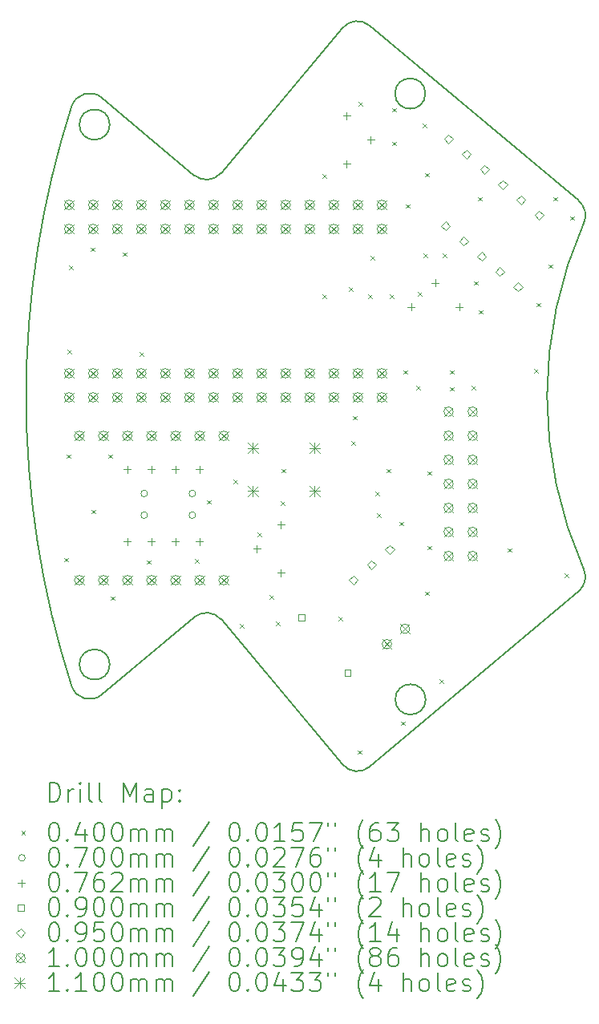
<source format=gbr>
%TF.GenerationSoftware,KiCad,Pcbnew,(6.0.11)*%
%TF.CreationDate,2023-10-13T17:07:21+09:00*%
%TF.ProjectId,main_board,6d61696e-5f62-46f6-9172-642e6b696361,rev?*%
%TF.SameCoordinates,Original*%
%TF.FileFunction,Drillmap*%
%TF.FilePolarity,Positive*%
%FSLAX45Y45*%
G04 Gerber Fmt 4.5, Leading zero omitted, Abs format (unit mm)*
G04 Created by KiCad (PCBNEW (6.0.11)) date 2023-10-13 17:07:21*
%MOMM*%
%LPD*%
G01*
G04 APERTURE LIST*
%ADD10C,0.200000*%
%ADD11C,0.040000*%
%ADD12C,0.070000*%
%ADD13C,0.076200*%
%ADD14C,0.090000*%
%ADD15C,0.095000*%
%ADD16C,0.100000*%
%ADD17C,0.110000*%
G04 APERTURE END LIST*
D10*
X16662275Y-12943556D02*
G75*
G03*
X16662275Y-12943556I-160000J0D01*
G01*
X16068817Y-13655797D02*
X18277602Y-11802406D01*
X14501476Y-12099056D02*
X15787051Y-13631145D01*
X14219709Y-7409229D02*
X13243240Y-6589875D01*
X16658911Y-6546330D02*
G75*
G03*
X16658911Y-6546330I-160000J0D01*
G01*
X12924276Y-6681885D02*
G75*
G03*
X12924276Y-12801750I9520336J-3059932D01*
G01*
X15787134Y-5852389D02*
X14501476Y-7384578D01*
X14219711Y-7409227D02*
G75*
G03*
X14501476Y-7384578I128559J153197D01*
G01*
X16068798Y-5827658D02*
G75*
G03*
X15787134Y-5852389I-128458J-153292D01*
G01*
X18332646Y-7913776D02*
G75*
G03*
X18331835Y-11568032I4111966J-1828041D01*
G01*
X12924272Y-12801751D02*
G75*
G03*
X13243240Y-12893760I190408J61201D01*
G01*
X13243240Y-12893760D02*
X14219709Y-12074405D01*
X15787050Y-13631146D02*
G75*
G03*
X16068817Y-13655797I153210J128566D01*
G01*
X13326905Y-12574734D02*
G75*
G03*
X13326905Y-12574734I-160000J0D01*
G01*
X14501481Y-12099052D02*
G75*
G03*
X14219709Y-12074405I-153211J-128578D01*
G01*
X18332646Y-7913776D02*
G75*
G03*
X18278350Y-7679238I-182756J81246D01*
G01*
X13326905Y-6874158D02*
G75*
G03*
X13326905Y-6874158I-160000J0D01*
G01*
X18277605Y-11802410D02*
G75*
G03*
X18331835Y-11568032I-128565J153210D01*
G01*
X18278350Y-7679238D02*
X16068801Y-5827655D01*
X13243235Y-6589880D02*
G75*
G03*
X12924276Y-6681885I-128556J-153210D01*
G01*
D11*
X12845100Y-11448100D02*
X12885100Y-11488100D01*
X12885100Y-11448100D02*
X12845100Y-11488100D01*
X12870500Y-10355900D02*
X12910500Y-10395900D01*
X12910500Y-10355900D02*
X12870500Y-10395900D01*
X12883200Y-9251000D02*
X12923200Y-9291000D01*
X12923200Y-9251000D02*
X12883200Y-9291000D01*
X12895900Y-8362000D02*
X12935900Y-8402000D01*
X12935900Y-8362000D02*
X12895900Y-8402000D01*
X13124500Y-8171500D02*
X13164500Y-8211500D01*
X13164500Y-8171500D02*
X13124500Y-8211500D01*
X13137200Y-10940100D02*
X13177200Y-10980100D01*
X13177200Y-10940100D02*
X13137200Y-10980100D01*
X13315000Y-10355900D02*
X13355000Y-10395900D01*
X13355000Y-10355900D02*
X13315000Y-10395900D01*
X13340400Y-11854500D02*
X13380400Y-11894500D01*
X13380400Y-11854500D02*
X13340400Y-11894500D01*
X13467400Y-8222300D02*
X13507400Y-8262300D01*
X13507400Y-8222300D02*
X13467400Y-8262300D01*
X13645200Y-9276400D02*
X13685200Y-9316400D01*
X13685200Y-9276400D02*
X13645200Y-9316400D01*
X13721400Y-11473500D02*
X13761400Y-11513500D01*
X13761400Y-11473500D02*
X13721400Y-11513500D01*
X14229400Y-11460800D02*
X14269400Y-11500800D01*
X14269400Y-11460800D02*
X14229400Y-11500800D01*
X14356400Y-10838500D02*
X14396400Y-10878500D01*
X14396400Y-10838500D02*
X14356400Y-10878500D01*
X14635800Y-10622600D02*
X14675800Y-10662600D01*
X14675800Y-10622600D02*
X14635800Y-10662600D01*
X14699300Y-12146600D02*
X14739300Y-12186600D01*
X14739300Y-12146600D02*
X14699300Y-12186600D01*
X14889800Y-11181400D02*
X14929800Y-11221400D01*
X14929800Y-11181400D02*
X14889800Y-11221400D01*
X15016800Y-11841800D02*
X15056800Y-11881800D01*
X15056800Y-11841800D02*
X15016800Y-11881800D01*
X15080300Y-12121200D02*
X15120300Y-12161200D01*
X15120300Y-12121200D02*
X15080300Y-12161200D01*
X15131100Y-10851200D02*
X15171100Y-10891200D01*
X15171100Y-10851200D02*
X15131100Y-10891200D01*
X15143800Y-10508300D02*
X15183800Y-10548300D01*
X15183800Y-10508300D02*
X15143800Y-10548300D01*
X15575600Y-7396800D02*
X15615600Y-7436800D01*
X15615600Y-7396800D02*
X15575600Y-7436800D01*
X15575600Y-8666800D02*
X15615600Y-8706800D01*
X15615600Y-8666800D02*
X15575600Y-8706800D01*
X15740700Y-12070400D02*
X15780700Y-12110400D01*
X15780700Y-12070400D02*
X15740700Y-12110400D01*
X15855000Y-8590600D02*
X15895000Y-8630600D01*
X15895000Y-8590600D02*
X15855000Y-8630600D01*
X15879970Y-10216630D02*
X15919970Y-10256630D01*
X15919970Y-10216630D02*
X15879970Y-10256630D01*
X15893100Y-9949500D02*
X15933100Y-9989500D01*
X15933100Y-9949500D02*
X15893100Y-9989500D01*
X15943900Y-13480100D02*
X15983900Y-13520100D01*
X15983900Y-13480100D02*
X15943900Y-13520100D01*
X15956600Y-6634800D02*
X15996600Y-6674800D01*
X15996600Y-6634800D02*
X15956600Y-6674800D01*
X16058630Y-8666370D02*
X16098630Y-8706370D01*
X16098630Y-8666370D02*
X16058630Y-8706370D01*
X16083600Y-8260400D02*
X16123600Y-8300400D01*
X16123600Y-8260400D02*
X16083600Y-8300400D01*
X16134400Y-10749600D02*
X16174400Y-10789600D01*
X16174400Y-10749600D02*
X16134400Y-10789600D01*
X16147100Y-10978200D02*
X16187100Y-11018200D01*
X16187100Y-10978200D02*
X16147100Y-11018200D01*
X16248700Y-10508300D02*
X16288700Y-10548300D01*
X16288700Y-10508300D02*
X16248700Y-10548300D01*
X16286800Y-8666800D02*
X16326800Y-8706800D01*
X16326800Y-8666800D02*
X16286800Y-8706800D01*
X16312200Y-7053900D02*
X16352200Y-7093900D01*
X16352200Y-7053900D02*
X16312200Y-7093900D01*
X16312700Y-6697800D02*
X16352700Y-6737800D01*
X16352700Y-6697800D02*
X16312700Y-6737800D01*
X16388400Y-11067100D02*
X16428400Y-11107100D01*
X16428400Y-11067100D02*
X16388400Y-11107100D01*
X16401100Y-13175300D02*
X16441100Y-13215300D01*
X16441100Y-13175300D02*
X16401100Y-13215300D01*
X16426500Y-9466900D02*
X16466500Y-9506900D01*
X16466500Y-9466900D02*
X16426500Y-9506900D01*
X16451900Y-7714300D02*
X16491900Y-7754300D01*
X16491900Y-7714300D02*
X16451900Y-7754300D01*
X16566200Y-9632000D02*
X16606200Y-9672000D01*
X16606200Y-9632000D02*
X16566200Y-9672000D01*
X16578900Y-8641400D02*
X16618900Y-8681400D01*
X16618900Y-8641400D02*
X16578900Y-8681400D01*
X16629700Y-6863400D02*
X16669700Y-6903400D01*
X16669700Y-6863400D02*
X16629700Y-6903400D01*
X16642400Y-8235000D02*
X16682400Y-8275000D01*
X16682400Y-8235000D02*
X16642400Y-8275000D01*
X16655100Y-7384100D02*
X16695100Y-7424100D01*
X16695100Y-7384100D02*
X16655100Y-7424100D01*
X16655100Y-11803700D02*
X16695100Y-11843700D01*
X16695100Y-11803700D02*
X16655100Y-11843700D01*
X16680500Y-10533700D02*
X16720500Y-10573700D01*
X16720500Y-10533700D02*
X16680500Y-10573700D01*
X16680500Y-11321100D02*
X16720500Y-11361100D01*
X16720500Y-11321100D02*
X16680500Y-11361100D01*
X16807500Y-12730800D02*
X16847500Y-12770800D01*
X16847500Y-12730800D02*
X16807500Y-12770800D01*
X16845600Y-8235000D02*
X16885600Y-8275000D01*
X16885600Y-8235000D02*
X16845600Y-8275000D01*
X16921800Y-9466900D02*
X16961800Y-9506900D01*
X16961800Y-9466900D02*
X16921800Y-9506900D01*
X16921800Y-9644700D02*
X16961800Y-9684700D01*
X16961800Y-9644700D02*
X16921800Y-9684700D01*
X17150400Y-9632000D02*
X17190400Y-9672000D01*
X17190400Y-9632000D02*
X17150400Y-9672000D01*
X17175800Y-8527100D02*
X17215800Y-8567100D01*
X17215800Y-8527100D02*
X17175800Y-8567100D01*
X17213900Y-7638100D02*
X17253900Y-7678100D01*
X17253900Y-7638100D02*
X17213900Y-7678100D01*
X17226600Y-8831900D02*
X17266600Y-8871900D01*
X17266600Y-8831900D02*
X17226600Y-8871900D01*
X17531400Y-11346500D02*
X17571400Y-11386500D01*
X17571400Y-11346500D02*
X17531400Y-11386500D01*
X17810800Y-9454200D02*
X17850800Y-9494200D01*
X17850800Y-9454200D02*
X17810800Y-9494200D01*
X17836200Y-8755700D02*
X17876200Y-8795700D01*
X17876200Y-8755700D02*
X17836200Y-8795700D01*
X17963200Y-8349300D02*
X18003200Y-8389300D01*
X18003200Y-8349300D02*
X17963200Y-8389300D01*
X18014000Y-7638100D02*
X18054000Y-7678100D01*
X18054000Y-7638100D02*
X18014000Y-7678100D01*
X18128300Y-11613200D02*
X18168300Y-11653200D01*
X18168300Y-11613200D02*
X18128300Y-11653200D01*
X18191800Y-7841300D02*
X18231800Y-7881300D01*
X18231800Y-7841300D02*
X18191800Y-7881300D01*
D12*
X13725600Y-10769600D02*
G75*
G03*
X13725600Y-10769600I-35000J0D01*
G01*
X13725600Y-10998200D02*
G75*
G03*
X13725600Y-10998200I-35000J0D01*
G01*
X14233600Y-10769600D02*
G75*
G03*
X14233600Y-10769600I-35000J0D01*
G01*
X14233600Y-10998200D02*
G75*
G03*
X14233600Y-10998200I-35000J0D01*
G01*
D13*
X13512800Y-10477500D02*
X13512800Y-10553700D01*
X13474700Y-10515600D02*
X13550900Y-10515600D01*
X13512800Y-11239500D02*
X13512800Y-11315700D01*
X13474700Y-11277600D02*
X13550900Y-11277600D01*
X13766800Y-10477500D02*
X13766800Y-10553700D01*
X13728700Y-10515600D02*
X13804900Y-10515600D01*
X13766800Y-11239500D02*
X13766800Y-11315700D01*
X13728700Y-11277600D02*
X13804900Y-11277600D01*
X14020800Y-10477500D02*
X14020800Y-10553700D01*
X13982700Y-10515600D02*
X14058900Y-10515600D01*
X14020800Y-11239500D02*
X14020800Y-11315700D01*
X13982700Y-11277600D02*
X14058900Y-11277600D01*
X14274800Y-10477500D02*
X14274800Y-10553700D01*
X14236700Y-10515600D02*
X14312900Y-10515600D01*
X14274800Y-11239500D02*
X14274800Y-11315700D01*
X14236700Y-11277600D02*
X14312900Y-11277600D01*
X14881200Y-11315700D02*
X14881200Y-11391900D01*
X14843100Y-11353800D02*
X14919300Y-11353800D01*
X15135200Y-11061700D02*
X15135200Y-11137900D01*
X15097100Y-11099800D02*
X15173300Y-11099800D01*
X15135200Y-11569700D02*
X15135200Y-11645900D01*
X15097100Y-11607800D02*
X15173300Y-11607800D01*
X15827400Y-6743700D02*
X15827400Y-6819900D01*
X15789300Y-6781800D02*
X15865500Y-6781800D01*
X15827400Y-7251700D02*
X15827400Y-7327900D01*
X15789300Y-7289800D02*
X15865500Y-7289800D01*
X16081400Y-6997700D02*
X16081400Y-7073900D01*
X16043300Y-7035800D02*
X16119500Y-7035800D01*
X16510000Y-8759800D02*
X16510000Y-8836000D01*
X16471900Y-8797900D02*
X16548100Y-8797900D01*
X16764000Y-8505800D02*
X16764000Y-8582000D01*
X16725900Y-8543900D02*
X16802100Y-8543900D01*
X17018000Y-8759800D02*
X17018000Y-8836000D01*
X16979900Y-8797900D02*
X17056100Y-8797900D01*
D14*
X15382518Y-12109757D02*
X15382518Y-12046117D01*
X15318878Y-12046117D01*
X15318878Y-12109757D01*
X15382518Y-12109757D01*
X15872322Y-12693483D02*
X15872322Y-12629843D01*
X15808682Y-12629843D01*
X15808682Y-12693483D01*
X15872322Y-12693483D01*
D15*
X15900400Y-11731500D02*
X15947900Y-11684000D01*
X15900400Y-11636500D01*
X15852900Y-11684000D01*
X15900400Y-11731500D01*
X16091911Y-11570803D02*
X16139411Y-11523303D01*
X16091911Y-11475803D01*
X16044411Y-11523303D01*
X16091911Y-11570803D01*
X16283422Y-11410106D02*
X16330922Y-11362606D01*
X16283422Y-11315106D01*
X16235922Y-11362606D01*
X16283422Y-11410106D01*
X16871924Y-7991689D02*
X16919424Y-7944189D01*
X16871924Y-7896689D01*
X16824424Y-7944189D01*
X16871924Y-7991689D01*
X16903169Y-7073140D02*
X16950669Y-7025640D01*
X16903169Y-6978140D01*
X16855669Y-7025640D01*
X16903169Y-7073140D01*
X17063435Y-8152386D02*
X17110935Y-8104886D01*
X17063435Y-8057386D01*
X17015935Y-8104886D01*
X17063435Y-8152386D01*
X17094680Y-7233837D02*
X17142180Y-7186337D01*
X17094680Y-7138837D01*
X17047180Y-7186337D01*
X17094680Y-7233837D01*
X17254946Y-8313083D02*
X17302446Y-8265583D01*
X17254946Y-8218083D01*
X17207446Y-8265583D01*
X17254946Y-8313083D01*
X17286191Y-7394534D02*
X17333691Y-7347034D01*
X17286191Y-7299534D01*
X17238691Y-7347034D01*
X17286191Y-7394534D01*
X17446458Y-8473780D02*
X17493958Y-8426280D01*
X17446458Y-8378780D01*
X17398958Y-8426280D01*
X17446458Y-8473780D01*
X17477702Y-7555231D02*
X17525202Y-7507731D01*
X17477702Y-7460231D01*
X17430202Y-7507731D01*
X17477702Y-7555231D01*
X17637969Y-8634477D02*
X17685469Y-8586977D01*
X17637969Y-8539477D01*
X17590469Y-8586977D01*
X17637969Y-8634477D01*
X17669213Y-7715928D02*
X17716713Y-7668428D01*
X17669213Y-7620928D01*
X17621713Y-7668428D01*
X17669213Y-7715928D01*
X17860724Y-7876625D02*
X17908224Y-7829125D01*
X17860724Y-7781625D01*
X17813224Y-7829125D01*
X17860724Y-7876625D01*
D16*
X12848400Y-7671600D02*
X12948400Y-7771600D01*
X12948400Y-7671600D02*
X12848400Y-7771600D01*
X12948400Y-7721600D02*
G75*
G03*
X12948400Y-7721600I-50000J0D01*
G01*
X12848400Y-7925600D02*
X12948400Y-8025600D01*
X12948400Y-7925600D02*
X12848400Y-8025600D01*
X12948400Y-7975600D02*
G75*
G03*
X12948400Y-7975600I-50000J0D01*
G01*
X12848400Y-9449600D02*
X12948400Y-9549600D01*
X12948400Y-9449600D02*
X12848400Y-9549600D01*
X12948400Y-9499600D02*
G75*
G03*
X12948400Y-9499600I-50000J0D01*
G01*
X12848400Y-9703600D02*
X12948400Y-9803600D01*
X12948400Y-9703600D02*
X12848400Y-9803600D01*
X12948400Y-9753600D02*
G75*
G03*
X12948400Y-9753600I-50000J0D01*
G01*
X12954800Y-10110000D02*
X13054800Y-10210000D01*
X13054800Y-10110000D02*
X12954800Y-10210000D01*
X13054800Y-10160000D02*
G75*
G03*
X13054800Y-10160000I-50000J0D01*
G01*
X12954800Y-11634000D02*
X13054800Y-11734000D01*
X13054800Y-11634000D02*
X12954800Y-11734000D01*
X13054800Y-11684000D02*
G75*
G03*
X13054800Y-11684000I-50000J0D01*
G01*
X13102400Y-7671600D02*
X13202400Y-7771600D01*
X13202400Y-7671600D02*
X13102400Y-7771600D01*
X13202400Y-7721600D02*
G75*
G03*
X13202400Y-7721600I-50000J0D01*
G01*
X13102400Y-7925600D02*
X13202400Y-8025600D01*
X13202400Y-7925600D02*
X13102400Y-8025600D01*
X13202400Y-7975600D02*
G75*
G03*
X13202400Y-7975600I-50000J0D01*
G01*
X13102400Y-9449600D02*
X13202400Y-9549600D01*
X13202400Y-9449600D02*
X13102400Y-9549600D01*
X13202400Y-9499600D02*
G75*
G03*
X13202400Y-9499600I-50000J0D01*
G01*
X13102400Y-9703600D02*
X13202400Y-9803600D01*
X13202400Y-9703600D02*
X13102400Y-9803600D01*
X13202400Y-9753600D02*
G75*
G03*
X13202400Y-9753600I-50000J0D01*
G01*
X13208800Y-10110000D02*
X13308800Y-10210000D01*
X13308800Y-10110000D02*
X13208800Y-10210000D01*
X13308800Y-10160000D02*
G75*
G03*
X13308800Y-10160000I-50000J0D01*
G01*
X13208800Y-11634000D02*
X13308800Y-11734000D01*
X13308800Y-11634000D02*
X13208800Y-11734000D01*
X13308800Y-11684000D02*
G75*
G03*
X13308800Y-11684000I-50000J0D01*
G01*
X13356400Y-7671600D02*
X13456400Y-7771600D01*
X13456400Y-7671600D02*
X13356400Y-7771600D01*
X13456400Y-7721600D02*
G75*
G03*
X13456400Y-7721600I-50000J0D01*
G01*
X13356400Y-7925600D02*
X13456400Y-8025600D01*
X13456400Y-7925600D02*
X13356400Y-8025600D01*
X13456400Y-7975600D02*
G75*
G03*
X13456400Y-7975600I-50000J0D01*
G01*
X13356400Y-9449600D02*
X13456400Y-9549600D01*
X13456400Y-9449600D02*
X13356400Y-9549600D01*
X13456400Y-9499600D02*
G75*
G03*
X13456400Y-9499600I-50000J0D01*
G01*
X13356400Y-9703600D02*
X13456400Y-9803600D01*
X13456400Y-9703600D02*
X13356400Y-9803600D01*
X13456400Y-9753600D02*
G75*
G03*
X13456400Y-9753600I-50000J0D01*
G01*
X13462800Y-10110000D02*
X13562800Y-10210000D01*
X13562800Y-10110000D02*
X13462800Y-10210000D01*
X13562800Y-10160000D02*
G75*
G03*
X13562800Y-10160000I-50000J0D01*
G01*
X13462800Y-11634000D02*
X13562800Y-11734000D01*
X13562800Y-11634000D02*
X13462800Y-11734000D01*
X13562800Y-11684000D02*
G75*
G03*
X13562800Y-11684000I-50000J0D01*
G01*
X13610400Y-7671600D02*
X13710400Y-7771600D01*
X13710400Y-7671600D02*
X13610400Y-7771600D01*
X13710400Y-7721600D02*
G75*
G03*
X13710400Y-7721600I-50000J0D01*
G01*
X13610400Y-7925600D02*
X13710400Y-8025600D01*
X13710400Y-7925600D02*
X13610400Y-8025600D01*
X13710400Y-7975600D02*
G75*
G03*
X13710400Y-7975600I-50000J0D01*
G01*
X13610400Y-9449600D02*
X13710400Y-9549600D01*
X13710400Y-9449600D02*
X13610400Y-9549600D01*
X13710400Y-9499600D02*
G75*
G03*
X13710400Y-9499600I-50000J0D01*
G01*
X13610400Y-9703600D02*
X13710400Y-9803600D01*
X13710400Y-9703600D02*
X13610400Y-9803600D01*
X13710400Y-9753600D02*
G75*
G03*
X13710400Y-9753600I-50000J0D01*
G01*
X13716800Y-10110000D02*
X13816800Y-10210000D01*
X13816800Y-10110000D02*
X13716800Y-10210000D01*
X13816800Y-10160000D02*
G75*
G03*
X13816800Y-10160000I-50000J0D01*
G01*
X13716800Y-11634000D02*
X13816800Y-11734000D01*
X13816800Y-11634000D02*
X13716800Y-11734000D01*
X13816800Y-11684000D02*
G75*
G03*
X13816800Y-11684000I-50000J0D01*
G01*
X13864400Y-7671600D02*
X13964400Y-7771600D01*
X13964400Y-7671600D02*
X13864400Y-7771600D01*
X13964400Y-7721600D02*
G75*
G03*
X13964400Y-7721600I-50000J0D01*
G01*
X13864400Y-7925600D02*
X13964400Y-8025600D01*
X13964400Y-7925600D02*
X13864400Y-8025600D01*
X13964400Y-7975600D02*
G75*
G03*
X13964400Y-7975600I-50000J0D01*
G01*
X13864400Y-9449600D02*
X13964400Y-9549600D01*
X13964400Y-9449600D02*
X13864400Y-9549600D01*
X13964400Y-9499600D02*
G75*
G03*
X13964400Y-9499600I-50000J0D01*
G01*
X13864400Y-9703600D02*
X13964400Y-9803600D01*
X13964400Y-9703600D02*
X13864400Y-9803600D01*
X13964400Y-9753600D02*
G75*
G03*
X13964400Y-9753600I-50000J0D01*
G01*
X13970800Y-10110000D02*
X14070800Y-10210000D01*
X14070800Y-10110000D02*
X13970800Y-10210000D01*
X14070800Y-10160000D02*
G75*
G03*
X14070800Y-10160000I-50000J0D01*
G01*
X13970800Y-11634000D02*
X14070800Y-11734000D01*
X14070800Y-11634000D02*
X13970800Y-11734000D01*
X14070800Y-11684000D02*
G75*
G03*
X14070800Y-11684000I-50000J0D01*
G01*
X14118400Y-7671600D02*
X14218400Y-7771600D01*
X14218400Y-7671600D02*
X14118400Y-7771600D01*
X14218400Y-7721600D02*
G75*
G03*
X14218400Y-7721600I-50000J0D01*
G01*
X14118400Y-7925600D02*
X14218400Y-8025600D01*
X14218400Y-7925600D02*
X14118400Y-8025600D01*
X14218400Y-7975600D02*
G75*
G03*
X14218400Y-7975600I-50000J0D01*
G01*
X14118400Y-9449600D02*
X14218400Y-9549600D01*
X14218400Y-9449600D02*
X14118400Y-9549600D01*
X14218400Y-9499600D02*
G75*
G03*
X14218400Y-9499600I-50000J0D01*
G01*
X14118400Y-9703600D02*
X14218400Y-9803600D01*
X14218400Y-9703600D02*
X14118400Y-9803600D01*
X14218400Y-9753600D02*
G75*
G03*
X14218400Y-9753600I-50000J0D01*
G01*
X14224800Y-10110000D02*
X14324800Y-10210000D01*
X14324800Y-10110000D02*
X14224800Y-10210000D01*
X14324800Y-10160000D02*
G75*
G03*
X14324800Y-10160000I-50000J0D01*
G01*
X14224800Y-11634000D02*
X14324800Y-11734000D01*
X14324800Y-11634000D02*
X14224800Y-11734000D01*
X14324800Y-11684000D02*
G75*
G03*
X14324800Y-11684000I-50000J0D01*
G01*
X14372400Y-7671600D02*
X14472400Y-7771600D01*
X14472400Y-7671600D02*
X14372400Y-7771600D01*
X14472400Y-7721600D02*
G75*
G03*
X14472400Y-7721600I-50000J0D01*
G01*
X14372400Y-7925600D02*
X14472400Y-8025600D01*
X14472400Y-7925600D02*
X14372400Y-8025600D01*
X14472400Y-7975600D02*
G75*
G03*
X14472400Y-7975600I-50000J0D01*
G01*
X14372400Y-9449600D02*
X14472400Y-9549600D01*
X14472400Y-9449600D02*
X14372400Y-9549600D01*
X14472400Y-9499600D02*
G75*
G03*
X14472400Y-9499600I-50000J0D01*
G01*
X14372400Y-9703600D02*
X14472400Y-9803600D01*
X14472400Y-9703600D02*
X14372400Y-9803600D01*
X14472400Y-9753600D02*
G75*
G03*
X14472400Y-9753600I-50000J0D01*
G01*
X14478800Y-10110000D02*
X14578800Y-10210000D01*
X14578800Y-10110000D02*
X14478800Y-10210000D01*
X14578800Y-10160000D02*
G75*
G03*
X14578800Y-10160000I-50000J0D01*
G01*
X14478800Y-11634000D02*
X14578800Y-11734000D01*
X14578800Y-11634000D02*
X14478800Y-11734000D01*
X14578800Y-11684000D02*
G75*
G03*
X14578800Y-11684000I-50000J0D01*
G01*
X14626400Y-7671600D02*
X14726400Y-7771600D01*
X14726400Y-7671600D02*
X14626400Y-7771600D01*
X14726400Y-7721600D02*
G75*
G03*
X14726400Y-7721600I-50000J0D01*
G01*
X14626400Y-7925600D02*
X14726400Y-8025600D01*
X14726400Y-7925600D02*
X14626400Y-8025600D01*
X14726400Y-7975600D02*
G75*
G03*
X14726400Y-7975600I-50000J0D01*
G01*
X14626400Y-9449600D02*
X14726400Y-9549600D01*
X14726400Y-9449600D02*
X14626400Y-9549600D01*
X14726400Y-9499600D02*
G75*
G03*
X14726400Y-9499600I-50000J0D01*
G01*
X14626400Y-9703600D02*
X14726400Y-9803600D01*
X14726400Y-9703600D02*
X14626400Y-9803600D01*
X14726400Y-9753600D02*
G75*
G03*
X14726400Y-9753600I-50000J0D01*
G01*
X14880400Y-7671600D02*
X14980400Y-7771600D01*
X14980400Y-7671600D02*
X14880400Y-7771600D01*
X14980400Y-7721600D02*
G75*
G03*
X14980400Y-7721600I-50000J0D01*
G01*
X14880400Y-7925600D02*
X14980400Y-8025600D01*
X14980400Y-7925600D02*
X14880400Y-8025600D01*
X14980400Y-7975600D02*
G75*
G03*
X14980400Y-7975600I-50000J0D01*
G01*
X14880400Y-9449600D02*
X14980400Y-9549600D01*
X14980400Y-9449600D02*
X14880400Y-9549600D01*
X14980400Y-9499600D02*
G75*
G03*
X14980400Y-9499600I-50000J0D01*
G01*
X14880400Y-9703600D02*
X14980400Y-9803600D01*
X14980400Y-9703600D02*
X14880400Y-9803600D01*
X14980400Y-9753600D02*
G75*
G03*
X14980400Y-9753600I-50000J0D01*
G01*
X15134400Y-7671600D02*
X15234400Y-7771600D01*
X15234400Y-7671600D02*
X15134400Y-7771600D01*
X15234400Y-7721600D02*
G75*
G03*
X15234400Y-7721600I-50000J0D01*
G01*
X15134400Y-7925600D02*
X15234400Y-8025600D01*
X15234400Y-7925600D02*
X15134400Y-8025600D01*
X15234400Y-7975600D02*
G75*
G03*
X15234400Y-7975600I-50000J0D01*
G01*
X15134400Y-9449600D02*
X15234400Y-9549600D01*
X15234400Y-9449600D02*
X15134400Y-9549600D01*
X15234400Y-9499600D02*
G75*
G03*
X15234400Y-9499600I-50000J0D01*
G01*
X15134400Y-9703600D02*
X15234400Y-9803600D01*
X15234400Y-9703600D02*
X15134400Y-9803600D01*
X15234400Y-9753600D02*
G75*
G03*
X15234400Y-9753600I-50000J0D01*
G01*
X15388400Y-7671600D02*
X15488400Y-7771600D01*
X15488400Y-7671600D02*
X15388400Y-7771600D01*
X15488400Y-7721600D02*
G75*
G03*
X15488400Y-7721600I-50000J0D01*
G01*
X15388400Y-7925600D02*
X15488400Y-8025600D01*
X15488400Y-7925600D02*
X15388400Y-8025600D01*
X15488400Y-7975600D02*
G75*
G03*
X15488400Y-7975600I-50000J0D01*
G01*
X15388400Y-9449600D02*
X15488400Y-9549600D01*
X15488400Y-9449600D02*
X15388400Y-9549600D01*
X15488400Y-9499600D02*
G75*
G03*
X15488400Y-9499600I-50000J0D01*
G01*
X15388400Y-9703600D02*
X15488400Y-9803600D01*
X15488400Y-9703600D02*
X15388400Y-9803600D01*
X15488400Y-9753600D02*
G75*
G03*
X15488400Y-9753600I-50000J0D01*
G01*
X15642400Y-7671600D02*
X15742400Y-7771600D01*
X15742400Y-7671600D02*
X15642400Y-7771600D01*
X15742400Y-7721600D02*
G75*
G03*
X15742400Y-7721600I-50000J0D01*
G01*
X15642400Y-7925600D02*
X15742400Y-8025600D01*
X15742400Y-7925600D02*
X15642400Y-8025600D01*
X15742400Y-7975600D02*
G75*
G03*
X15742400Y-7975600I-50000J0D01*
G01*
X15642400Y-9449600D02*
X15742400Y-9549600D01*
X15742400Y-9449600D02*
X15642400Y-9549600D01*
X15742400Y-9499600D02*
G75*
G03*
X15742400Y-9499600I-50000J0D01*
G01*
X15642400Y-9703600D02*
X15742400Y-9803600D01*
X15742400Y-9703600D02*
X15642400Y-9803600D01*
X15742400Y-9753600D02*
G75*
G03*
X15742400Y-9753600I-50000J0D01*
G01*
X15896400Y-7671600D02*
X15996400Y-7771600D01*
X15996400Y-7671600D02*
X15896400Y-7771600D01*
X15996400Y-7721600D02*
G75*
G03*
X15996400Y-7721600I-50000J0D01*
G01*
X15896400Y-7925600D02*
X15996400Y-8025600D01*
X15996400Y-7925600D02*
X15896400Y-8025600D01*
X15996400Y-7975600D02*
G75*
G03*
X15996400Y-7975600I-50000J0D01*
G01*
X15896400Y-9449600D02*
X15996400Y-9549600D01*
X15996400Y-9449600D02*
X15896400Y-9549600D01*
X15996400Y-9499600D02*
G75*
G03*
X15996400Y-9499600I-50000J0D01*
G01*
X15896400Y-9703600D02*
X15996400Y-9803600D01*
X15996400Y-9703600D02*
X15896400Y-9803600D01*
X15996400Y-9753600D02*
G75*
G03*
X15996400Y-9753600I-50000J0D01*
G01*
X16150400Y-7671600D02*
X16250400Y-7771600D01*
X16250400Y-7671600D02*
X16150400Y-7771600D01*
X16250400Y-7721600D02*
G75*
G03*
X16250400Y-7721600I-50000J0D01*
G01*
X16150400Y-7925600D02*
X16250400Y-8025600D01*
X16250400Y-7925600D02*
X16150400Y-8025600D01*
X16250400Y-7975600D02*
G75*
G03*
X16250400Y-7975600I-50000J0D01*
G01*
X16150400Y-9449600D02*
X16250400Y-9549600D01*
X16250400Y-9449600D02*
X16150400Y-9549600D01*
X16250400Y-9499600D02*
G75*
G03*
X16250400Y-9499600I-50000J0D01*
G01*
X16150400Y-9703600D02*
X16250400Y-9803600D01*
X16250400Y-9703600D02*
X16150400Y-9803600D01*
X16250400Y-9753600D02*
G75*
G03*
X16250400Y-9753600I-50000J0D01*
G01*
X16203498Y-12309131D02*
X16303498Y-12409131D01*
X16303498Y-12309131D02*
X16203498Y-12409131D01*
X16303498Y-12359131D02*
G75*
G03*
X16303498Y-12359131I-50000J0D01*
G01*
X16395009Y-12148434D02*
X16495009Y-12248434D01*
X16495009Y-12148434D02*
X16395009Y-12248434D01*
X16495009Y-12198434D02*
G75*
G03*
X16495009Y-12198434I-50000J0D01*
G01*
X16855450Y-9856000D02*
X16955450Y-9956000D01*
X16955450Y-9856000D02*
X16855450Y-9956000D01*
X16955450Y-9906000D02*
G75*
G03*
X16955450Y-9906000I-50000J0D01*
G01*
X16855450Y-10110000D02*
X16955450Y-10210000D01*
X16955450Y-10110000D02*
X16855450Y-10210000D01*
X16955450Y-10160000D02*
G75*
G03*
X16955450Y-10160000I-50000J0D01*
G01*
X16855450Y-10364000D02*
X16955450Y-10464000D01*
X16955450Y-10364000D02*
X16855450Y-10464000D01*
X16955450Y-10414000D02*
G75*
G03*
X16955450Y-10414000I-50000J0D01*
G01*
X16855450Y-10618000D02*
X16955450Y-10718000D01*
X16955450Y-10618000D02*
X16855450Y-10718000D01*
X16955450Y-10668000D02*
G75*
G03*
X16955450Y-10668000I-50000J0D01*
G01*
X16855450Y-10872000D02*
X16955450Y-10972000D01*
X16955450Y-10872000D02*
X16855450Y-10972000D01*
X16955450Y-10922000D02*
G75*
G03*
X16955450Y-10922000I-50000J0D01*
G01*
X16855450Y-11126000D02*
X16955450Y-11226000D01*
X16955450Y-11126000D02*
X16855450Y-11226000D01*
X16955450Y-11176000D02*
G75*
G03*
X16955450Y-11176000I-50000J0D01*
G01*
X16855450Y-11380000D02*
X16955450Y-11480000D01*
X16955450Y-11380000D02*
X16855450Y-11480000D01*
X16955450Y-11430000D02*
G75*
G03*
X16955450Y-11430000I-50000J0D01*
G01*
X17109450Y-9856000D02*
X17209450Y-9956000D01*
X17209450Y-9856000D02*
X17109450Y-9956000D01*
X17209450Y-9906000D02*
G75*
G03*
X17209450Y-9906000I-50000J0D01*
G01*
X17109450Y-10110000D02*
X17209450Y-10210000D01*
X17209450Y-10110000D02*
X17109450Y-10210000D01*
X17209450Y-10160000D02*
G75*
G03*
X17209450Y-10160000I-50000J0D01*
G01*
X17109450Y-10364000D02*
X17209450Y-10464000D01*
X17209450Y-10364000D02*
X17109450Y-10464000D01*
X17209450Y-10414000D02*
G75*
G03*
X17209450Y-10414000I-50000J0D01*
G01*
X17109450Y-10618000D02*
X17209450Y-10718000D01*
X17209450Y-10618000D02*
X17109450Y-10718000D01*
X17209450Y-10668000D02*
G75*
G03*
X17209450Y-10668000I-50000J0D01*
G01*
X17109450Y-10872000D02*
X17209450Y-10972000D01*
X17209450Y-10872000D02*
X17109450Y-10972000D01*
X17209450Y-10922000D02*
G75*
G03*
X17209450Y-10922000I-50000J0D01*
G01*
X17109450Y-11126000D02*
X17209450Y-11226000D01*
X17209450Y-11126000D02*
X17109450Y-11226000D01*
X17209450Y-11176000D02*
G75*
G03*
X17209450Y-11176000I-50000J0D01*
G01*
X17109450Y-11380000D02*
X17209450Y-11480000D01*
X17209450Y-11380000D02*
X17109450Y-11480000D01*
X17209450Y-11430000D02*
G75*
G03*
X17209450Y-11430000I-50000J0D01*
G01*
D17*
X14783800Y-10235600D02*
X14893800Y-10345600D01*
X14893800Y-10235600D02*
X14783800Y-10345600D01*
X14838800Y-10235600D02*
X14838800Y-10345600D01*
X14783800Y-10290600D02*
X14893800Y-10290600D01*
X14783800Y-10685600D02*
X14893800Y-10795600D01*
X14893800Y-10685600D02*
X14783800Y-10795600D01*
X14838800Y-10685600D02*
X14838800Y-10795600D01*
X14783800Y-10740600D02*
X14893800Y-10740600D01*
X15433800Y-10235600D02*
X15543800Y-10345600D01*
X15543800Y-10235600D02*
X15433800Y-10345600D01*
X15488800Y-10235600D02*
X15488800Y-10345600D01*
X15433800Y-10290600D02*
X15543800Y-10290600D01*
X15433800Y-10685600D02*
X15543800Y-10795600D01*
X15543800Y-10685600D02*
X15433800Y-10795600D01*
X15488800Y-10685600D02*
X15488800Y-10795600D01*
X15433800Y-10740600D02*
X15543800Y-10740600D01*
D10*
X12692231Y-14023062D02*
X12692231Y-13823062D01*
X12739850Y-13823062D01*
X12768422Y-13832586D01*
X12787470Y-13851633D01*
X12796993Y-13870681D01*
X12806517Y-13908776D01*
X12806517Y-13937348D01*
X12796993Y-13975443D01*
X12787470Y-13994491D01*
X12768422Y-14013538D01*
X12739850Y-14023062D01*
X12692231Y-14023062D01*
X12892231Y-14023062D02*
X12892231Y-13889729D01*
X12892231Y-13927824D02*
X12901755Y-13908776D01*
X12911279Y-13899252D01*
X12930327Y-13889729D01*
X12949374Y-13889729D01*
X13016041Y-14023062D02*
X13016041Y-13889729D01*
X13016041Y-13823062D02*
X13006517Y-13832586D01*
X13016041Y-13842110D01*
X13025565Y-13832586D01*
X13016041Y-13823062D01*
X13016041Y-13842110D01*
X13139850Y-14023062D02*
X13120803Y-14013538D01*
X13111279Y-13994491D01*
X13111279Y-13823062D01*
X13244612Y-14023062D02*
X13225565Y-14013538D01*
X13216041Y-13994491D01*
X13216041Y-13823062D01*
X13473184Y-14023062D02*
X13473184Y-13823062D01*
X13539850Y-13965919D01*
X13606517Y-13823062D01*
X13606517Y-14023062D01*
X13787470Y-14023062D02*
X13787470Y-13918300D01*
X13777946Y-13899252D01*
X13758898Y-13889729D01*
X13720803Y-13889729D01*
X13701755Y-13899252D01*
X13787470Y-14013538D02*
X13768422Y-14023062D01*
X13720803Y-14023062D01*
X13701755Y-14013538D01*
X13692231Y-13994491D01*
X13692231Y-13975443D01*
X13701755Y-13956395D01*
X13720803Y-13946872D01*
X13768422Y-13946872D01*
X13787470Y-13937348D01*
X13882708Y-13889729D02*
X13882708Y-14089729D01*
X13882708Y-13899252D02*
X13901755Y-13889729D01*
X13939850Y-13889729D01*
X13958898Y-13899252D01*
X13968422Y-13908776D01*
X13977946Y-13927824D01*
X13977946Y-13984967D01*
X13968422Y-14004014D01*
X13958898Y-14013538D01*
X13939850Y-14023062D01*
X13901755Y-14023062D01*
X13882708Y-14013538D01*
X14063660Y-14004014D02*
X14073184Y-14013538D01*
X14063660Y-14023062D01*
X14054136Y-14013538D01*
X14063660Y-14004014D01*
X14063660Y-14023062D01*
X14063660Y-13899252D02*
X14073184Y-13908776D01*
X14063660Y-13918300D01*
X14054136Y-13908776D01*
X14063660Y-13899252D01*
X14063660Y-13918300D01*
D11*
X12394612Y-14332586D02*
X12434612Y-14372586D01*
X12434612Y-14332586D02*
X12394612Y-14372586D01*
D10*
X12730327Y-14243062D02*
X12749374Y-14243062D01*
X12768422Y-14252586D01*
X12777946Y-14262110D01*
X12787470Y-14281157D01*
X12796993Y-14319252D01*
X12796993Y-14366872D01*
X12787470Y-14404967D01*
X12777946Y-14424014D01*
X12768422Y-14433538D01*
X12749374Y-14443062D01*
X12730327Y-14443062D01*
X12711279Y-14433538D01*
X12701755Y-14424014D01*
X12692231Y-14404967D01*
X12682708Y-14366872D01*
X12682708Y-14319252D01*
X12692231Y-14281157D01*
X12701755Y-14262110D01*
X12711279Y-14252586D01*
X12730327Y-14243062D01*
X12882708Y-14424014D02*
X12892231Y-14433538D01*
X12882708Y-14443062D01*
X12873184Y-14433538D01*
X12882708Y-14424014D01*
X12882708Y-14443062D01*
X13063660Y-14309729D02*
X13063660Y-14443062D01*
X13016041Y-14233538D02*
X12968422Y-14376395D01*
X13092231Y-14376395D01*
X13206517Y-14243062D02*
X13225565Y-14243062D01*
X13244612Y-14252586D01*
X13254136Y-14262110D01*
X13263660Y-14281157D01*
X13273184Y-14319252D01*
X13273184Y-14366872D01*
X13263660Y-14404967D01*
X13254136Y-14424014D01*
X13244612Y-14433538D01*
X13225565Y-14443062D01*
X13206517Y-14443062D01*
X13187470Y-14433538D01*
X13177946Y-14424014D01*
X13168422Y-14404967D01*
X13158898Y-14366872D01*
X13158898Y-14319252D01*
X13168422Y-14281157D01*
X13177946Y-14262110D01*
X13187470Y-14252586D01*
X13206517Y-14243062D01*
X13396993Y-14243062D02*
X13416041Y-14243062D01*
X13435089Y-14252586D01*
X13444612Y-14262110D01*
X13454136Y-14281157D01*
X13463660Y-14319252D01*
X13463660Y-14366872D01*
X13454136Y-14404967D01*
X13444612Y-14424014D01*
X13435089Y-14433538D01*
X13416041Y-14443062D01*
X13396993Y-14443062D01*
X13377946Y-14433538D01*
X13368422Y-14424014D01*
X13358898Y-14404967D01*
X13349374Y-14366872D01*
X13349374Y-14319252D01*
X13358898Y-14281157D01*
X13368422Y-14262110D01*
X13377946Y-14252586D01*
X13396993Y-14243062D01*
X13549374Y-14443062D02*
X13549374Y-14309729D01*
X13549374Y-14328776D02*
X13558898Y-14319252D01*
X13577946Y-14309729D01*
X13606517Y-14309729D01*
X13625565Y-14319252D01*
X13635089Y-14338300D01*
X13635089Y-14443062D01*
X13635089Y-14338300D02*
X13644612Y-14319252D01*
X13663660Y-14309729D01*
X13692231Y-14309729D01*
X13711279Y-14319252D01*
X13720803Y-14338300D01*
X13720803Y-14443062D01*
X13816041Y-14443062D02*
X13816041Y-14309729D01*
X13816041Y-14328776D02*
X13825565Y-14319252D01*
X13844612Y-14309729D01*
X13873184Y-14309729D01*
X13892231Y-14319252D01*
X13901755Y-14338300D01*
X13901755Y-14443062D01*
X13901755Y-14338300D02*
X13911279Y-14319252D01*
X13930327Y-14309729D01*
X13958898Y-14309729D01*
X13977946Y-14319252D01*
X13987470Y-14338300D01*
X13987470Y-14443062D01*
X14377946Y-14233538D02*
X14206517Y-14490681D01*
X14635089Y-14243062D02*
X14654136Y-14243062D01*
X14673184Y-14252586D01*
X14682708Y-14262110D01*
X14692231Y-14281157D01*
X14701755Y-14319252D01*
X14701755Y-14366872D01*
X14692231Y-14404967D01*
X14682708Y-14424014D01*
X14673184Y-14433538D01*
X14654136Y-14443062D01*
X14635089Y-14443062D01*
X14616041Y-14433538D01*
X14606517Y-14424014D01*
X14596993Y-14404967D01*
X14587470Y-14366872D01*
X14587470Y-14319252D01*
X14596993Y-14281157D01*
X14606517Y-14262110D01*
X14616041Y-14252586D01*
X14635089Y-14243062D01*
X14787470Y-14424014D02*
X14796993Y-14433538D01*
X14787470Y-14443062D01*
X14777946Y-14433538D01*
X14787470Y-14424014D01*
X14787470Y-14443062D01*
X14920803Y-14243062D02*
X14939850Y-14243062D01*
X14958898Y-14252586D01*
X14968422Y-14262110D01*
X14977946Y-14281157D01*
X14987470Y-14319252D01*
X14987470Y-14366872D01*
X14977946Y-14404967D01*
X14968422Y-14424014D01*
X14958898Y-14433538D01*
X14939850Y-14443062D01*
X14920803Y-14443062D01*
X14901755Y-14433538D01*
X14892231Y-14424014D01*
X14882708Y-14404967D01*
X14873184Y-14366872D01*
X14873184Y-14319252D01*
X14882708Y-14281157D01*
X14892231Y-14262110D01*
X14901755Y-14252586D01*
X14920803Y-14243062D01*
X15177946Y-14443062D02*
X15063660Y-14443062D01*
X15120803Y-14443062D02*
X15120803Y-14243062D01*
X15101755Y-14271633D01*
X15082708Y-14290681D01*
X15063660Y-14300205D01*
X15358898Y-14243062D02*
X15263660Y-14243062D01*
X15254136Y-14338300D01*
X15263660Y-14328776D01*
X15282708Y-14319252D01*
X15330327Y-14319252D01*
X15349374Y-14328776D01*
X15358898Y-14338300D01*
X15368422Y-14357348D01*
X15368422Y-14404967D01*
X15358898Y-14424014D01*
X15349374Y-14433538D01*
X15330327Y-14443062D01*
X15282708Y-14443062D01*
X15263660Y-14433538D01*
X15254136Y-14424014D01*
X15435089Y-14243062D02*
X15568422Y-14243062D01*
X15482708Y-14443062D01*
X15635089Y-14243062D02*
X15635089Y-14281157D01*
X15711279Y-14243062D02*
X15711279Y-14281157D01*
X16006517Y-14519252D02*
X15996993Y-14509729D01*
X15977946Y-14481157D01*
X15968422Y-14462110D01*
X15958898Y-14433538D01*
X15949374Y-14385919D01*
X15949374Y-14347824D01*
X15958898Y-14300205D01*
X15968422Y-14271633D01*
X15977946Y-14252586D01*
X15996993Y-14224014D01*
X16006517Y-14214491D01*
X16168422Y-14243062D02*
X16130327Y-14243062D01*
X16111279Y-14252586D01*
X16101755Y-14262110D01*
X16082708Y-14290681D01*
X16073184Y-14328776D01*
X16073184Y-14404967D01*
X16082708Y-14424014D01*
X16092231Y-14433538D01*
X16111279Y-14443062D01*
X16149374Y-14443062D01*
X16168422Y-14433538D01*
X16177946Y-14424014D01*
X16187470Y-14404967D01*
X16187470Y-14357348D01*
X16177946Y-14338300D01*
X16168422Y-14328776D01*
X16149374Y-14319252D01*
X16111279Y-14319252D01*
X16092231Y-14328776D01*
X16082708Y-14338300D01*
X16073184Y-14357348D01*
X16254136Y-14243062D02*
X16377946Y-14243062D01*
X16311279Y-14319252D01*
X16339850Y-14319252D01*
X16358898Y-14328776D01*
X16368422Y-14338300D01*
X16377946Y-14357348D01*
X16377946Y-14404967D01*
X16368422Y-14424014D01*
X16358898Y-14433538D01*
X16339850Y-14443062D01*
X16282708Y-14443062D01*
X16263660Y-14433538D01*
X16254136Y-14424014D01*
X16616041Y-14443062D02*
X16616041Y-14243062D01*
X16701755Y-14443062D02*
X16701755Y-14338300D01*
X16692231Y-14319252D01*
X16673184Y-14309729D01*
X16644612Y-14309729D01*
X16625565Y-14319252D01*
X16616041Y-14328776D01*
X16825565Y-14443062D02*
X16806517Y-14433538D01*
X16796993Y-14424014D01*
X16787470Y-14404967D01*
X16787470Y-14347824D01*
X16796993Y-14328776D01*
X16806517Y-14319252D01*
X16825565Y-14309729D01*
X16854136Y-14309729D01*
X16873184Y-14319252D01*
X16882708Y-14328776D01*
X16892232Y-14347824D01*
X16892232Y-14404967D01*
X16882708Y-14424014D01*
X16873184Y-14433538D01*
X16854136Y-14443062D01*
X16825565Y-14443062D01*
X17006517Y-14443062D02*
X16987470Y-14433538D01*
X16977946Y-14414491D01*
X16977946Y-14243062D01*
X17158898Y-14433538D02*
X17139851Y-14443062D01*
X17101755Y-14443062D01*
X17082708Y-14433538D01*
X17073184Y-14414491D01*
X17073184Y-14338300D01*
X17082708Y-14319252D01*
X17101755Y-14309729D01*
X17139851Y-14309729D01*
X17158898Y-14319252D01*
X17168422Y-14338300D01*
X17168422Y-14357348D01*
X17073184Y-14376395D01*
X17244612Y-14433538D02*
X17263660Y-14443062D01*
X17301755Y-14443062D01*
X17320803Y-14433538D01*
X17330327Y-14414491D01*
X17330327Y-14404967D01*
X17320803Y-14385919D01*
X17301755Y-14376395D01*
X17273184Y-14376395D01*
X17254136Y-14366872D01*
X17244612Y-14347824D01*
X17244612Y-14338300D01*
X17254136Y-14319252D01*
X17273184Y-14309729D01*
X17301755Y-14309729D01*
X17320803Y-14319252D01*
X17396993Y-14519252D02*
X17406517Y-14509729D01*
X17425565Y-14481157D01*
X17435089Y-14462110D01*
X17444612Y-14433538D01*
X17454136Y-14385919D01*
X17454136Y-14347824D01*
X17444612Y-14300205D01*
X17435089Y-14271633D01*
X17425565Y-14252586D01*
X17406517Y-14224014D01*
X17396993Y-14214491D01*
D12*
X12434612Y-14616586D02*
G75*
G03*
X12434612Y-14616586I-35000J0D01*
G01*
D10*
X12730327Y-14507062D02*
X12749374Y-14507062D01*
X12768422Y-14516586D01*
X12777946Y-14526110D01*
X12787470Y-14545157D01*
X12796993Y-14583252D01*
X12796993Y-14630872D01*
X12787470Y-14668967D01*
X12777946Y-14688014D01*
X12768422Y-14697538D01*
X12749374Y-14707062D01*
X12730327Y-14707062D01*
X12711279Y-14697538D01*
X12701755Y-14688014D01*
X12692231Y-14668967D01*
X12682708Y-14630872D01*
X12682708Y-14583252D01*
X12692231Y-14545157D01*
X12701755Y-14526110D01*
X12711279Y-14516586D01*
X12730327Y-14507062D01*
X12882708Y-14688014D02*
X12892231Y-14697538D01*
X12882708Y-14707062D01*
X12873184Y-14697538D01*
X12882708Y-14688014D01*
X12882708Y-14707062D01*
X12958898Y-14507062D02*
X13092231Y-14507062D01*
X13006517Y-14707062D01*
X13206517Y-14507062D02*
X13225565Y-14507062D01*
X13244612Y-14516586D01*
X13254136Y-14526110D01*
X13263660Y-14545157D01*
X13273184Y-14583252D01*
X13273184Y-14630872D01*
X13263660Y-14668967D01*
X13254136Y-14688014D01*
X13244612Y-14697538D01*
X13225565Y-14707062D01*
X13206517Y-14707062D01*
X13187470Y-14697538D01*
X13177946Y-14688014D01*
X13168422Y-14668967D01*
X13158898Y-14630872D01*
X13158898Y-14583252D01*
X13168422Y-14545157D01*
X13177946Y-14526110D01*
X13187470Y-14516586D01*
X13206517Y-14507062D01*
X13396993Y-14507062D02*
X13416041Y-14507062D01*
X13435089Y-14516586D01*
X13444612Y-14526110D01*
X13454136Y-14545157D01*
X13463660Y-14583252D01*
X13463660Y-14630872D01*
X13454136Y-14668967D01*
X13444612Y-14688014D01*
X13435089Y-14697538D01*
X13416041Y-14707062D01*
X13396993Y-14707062D01*
X13377946Y-14697538D01*
X13368422Y-14688014D01*
X13358898Y-14668967D01*
X13349374Y-14630872D01*
X13349374Y-14583252D01*
X13358898Y-14545157D01*
X13368422Y-14526110D01*
X13377946Y-14516586D01*
X13396993Y-14507062D01*
X13549374Y-14707062D02*
X13549374Y-14573729D01*
X13549374Y-14592776D02*
X13558898Y-14583252D01*
X13577946Y-14573729D01*
X13606517Y-14573729D01*
X13625565Y-14583252D01*
X13635089Y-14602300D01*
X13635089Y-14707062D01*
X13635089Y-14602300D02*
X13644612Y-14583252D01*
X13663660Y-14573729D01*
X13692231Y-14573729D01*
X13711279Y-14583252D01*
X13720803Y-14602300D01*
X13720803Y-14707062D01*
X13816041Y-14707062D02*
X13816041Y-14573729D01*
X13816041Y-14592776D02*
X13825565Y-14583252D01*
X13844612Y-14573729D01*
X13873184Y-14573729D01*
X13892231Y-14583252D01*
X13901755Y-14602300D01*
X13901755Y-14707062D01*
X13901755Y-14602300D02*
X13911279Y-14583252D01*
X13930327Y-14573729D01*
X13958898Y-14573729D01*
X13977946Y-14583252D01*
X13987470Y-14602300D01*
X13987470Y-14707062D01*
X14377946Y-14497538D02*
X14206517Y-14754681D01*
X14635089Y-14507062D02*
X14654136Y-14507062D01*
X14673184Y-14516586D01*
X14682708Y-14526110D01*
X14692231Y-14545157D01*
X14701755Y-14583252D01*
X14701755Y-14630872D01*
X14692231Y-14668967D01*
X14682708Y-14688014D01*
X14673184Y-14697538D01*
X14654136Y-14707062D01*
X14635089Y-14707062D01*
X14616041Y-14697538D01*
X14606517Y-14688014D01*
X14596993Y-14668967D01*
X14587470Y-14630872D01*
X14587470Y-14583252D01*
X14596993Y-14545157D01*
X14606517Y-14526110D01*
X14616041Y-14516586D01*
X14635089Y-14507062D01*
X14787470Y-14688014D02*
X14796993Y-14697538D01*
X14787470Y-14707062D01*
X14777946Y-14697538D01*
X14787470Y-14688014D01*
X14787470Y-14707062D01*
X14920803Y-14507062D02*
X14939850Y-14507062D01*
X14958898Y-14516586D01*
X14968422Y-14526110D01*
X14977946Y-14545157D01*
X14987470Y-14583252D01*
X14987470Y-14630872D01*
X14977946Y-14668967D01*
X14968422Y-14688014D01*
X14958898Y-14697538D01*
X14939850Y-14707062D01*
X14920803Y-14707062D01*
X14901755Y-14697538D01*
X14892231Y-14688014D01*
X14882708Y-14668967D01*
X14873184Y-14630872D01*
X14873184Y-14583252D01*
X14882708Y-14545157D01*
X14892231Y-14526110D01*
X14901755Y-14516586D01*
X14920803Y-14507062D01*
X15063660Y-14526110D02*
X15073184Y-14516586D01*
X15092231Y-14507062D01*
X15139850Y-14507062D01*
X15158898Y-14516586D01*
X15168422Y-14526110D01*
X15177946Y-14545157D01*
X15177946Y-14564205D01*
X15168422Y-14592776D01*
X15054136Y-14707062D01*
X15177946Y-14707062D01*
X15244612Y-14507062D02*
X15377946Y-14507062D01*
X15292231Y-14707062D01*
X15539850Y-14507062D02*
X15501755Y-14507062D01*
X15482708Y-14516586D01*
X15473184Y-14526110D01*
X15454136Y-14554681D01*
X15444612Y-14592776D01*
X15444612Y-14668967D01*
X15454136Y-14688014D01*
X15463660Y-14697538D01*
X15482708Y-14707062D01*
X15520803Y-14707062D01*
X15539850Y-14697538D01*
X15549374Y-14688014D01*
X15558898Y-14668967D01*
X15558898Y-14621348D01*
X15549374Y-14602300D01*
X15539850Y-14592776D01*
X15520803Y-14583252D01*
X15482708Y-14583252D01*
X15463660Y-14592776D01*
X15454136Y-14602300D01*
X15444612Y-14621348D01*
X15635089Y-14507062D02*
X15635089Y-14545157D01*
X15711279Y-14507062D02*
X15711279Y-14545157D01*
X16006517Y-14783252D02*
X15996993Y-14773729D01*
X15977946Y-14745157D01*
X15968422Y-14726110D01*
X15958898Y-14697538D01*
X15949374Y-14649919D01*
X15949374Y-14611824D01*
X15958898Y-14564205D01*
X15968422Y-14535633D01*
X15977946Y-14516586D01*
X15996993Y-14488014D01*
X16006517Y-14478491D01*
X16168422Y-14573729D02*
X16168422Y-14707062D01*
X16120803Y-14497538D02*
X16073184Y-14640395D01*
X16196993Y-14640395D01*
X16425565Y-14707062D02*
X16425565Y-14507062D01*
X16511279Y-14707062D02*
X16511279Y-14602300D01*
X16501755Y-14583252D01*
X16482708Y-14573729D01*
X16454136Y-14573729D01*
X16435089Y-14583252D01*
X16425565Y-14592776D01*
X16635089Y-14707062D02*
X16616041Y-14697538D01*
X16606517Y-14688014D01*
X16596993Y-14668967D01*
X16596993Y-14611824D01*
X16606517Y-14592776D01*
X16616041Y-14583252D01*
X16635089Y-14573729D01*
X16663660Y-14573729D01*
X16682708Y-14583252D01*
X16692231Y-14592776D01*
X16701755Y-14611824D01*
X16701755Y-14668967D01*
X16692231Y-14688014D01*
X16682708Y-14697538D01*
X16663660Y-14707062D01*
X16635089Y-14707062D01*
X16816041Y-14707062D02*
X16796993Y-14697538D01*
X16787470Y-14678491D01*
X16787470Y-14507062D01*
X16968422Y-14697538D02*
X16949374Y-14707062D01*
X16911279Y-14707062D01*
X16892232Y-14697538D01*
X16882708Y-14678491D01*
X16882708Y-14602300D01*
X16892232Y-14583252D01*
X16911279Y-14573729D01*
X16949374Y-14573729D01*
X16968422Y-14583252D01*
X16977946Y-14602300D01*
X16977946Y-14621348D01*
X16882708Y-14640395D01*
X17054136Y-14697538D02*
X17073184Y-14707062D01*
X17111279Y-14707062D01*
X17130327Y-14697538D01*
X17139851Y-14678491D01*
X17139851Y-14668967D01*
X17130327Y-14649919D01*
X17111279Y-14640395D01*
X17082708Y-14640395D01*
X17063660Y-14630872D01*
X17054136Y-14611824D01*
X17054136Y-14602300D01*
X17063660Y-14583252D01*
X17082708Y-14573729D01*
X17111279Y-14573729D01*
X17130327Y-14583252D01*
X17206517Y-14783252D02*
X17216041Y-14773729D01*
X17235089Y-14745157D01*
X17244612Y-14726110D01*
X17254136Y-14697538D01*
X17263660Y-14649919D01*
X17263660Y-14611824D01*
X17254136Y-14564205D01*
X17244612Y-14535633D01*
X17235089Y-14516586D01*
X17216041Y-14488014D01*
X17206517Y-14478491D01*
D13*
X12396512Y-14842486D02*
X12396512Y-14918686D01*
X12358412Y-14880586D02*
X12434612Y-14880586D01*
D10*
X12730327Y-14771062D02*
X12749374Y-14771062D01*
X12768422Y-14780586D01*
X12777946Y-14790110D01*
X12787470Y-14809157D01*
X12796993Y-14847252D01*
X12796993Y-14894872D01*
X12787470Y-14932967D01*
X12777946Y-14952014D01*
X12768422Y-14961538D01*
X12749374Y-14971062D01*
X12730327Y-14971062D01*
X12711279Y-14961538D01*
X12701755Y-14952014D01*
X12692231Y-14932967D01*
X12682708Y-14894872D01*
X12682708Y-14847252D01*
X12692231Y-14809157D01*
X12701755Y-14790110D01*
X12711279Y-14780586D01*
X12730327Y-14771062D01*
X12882708Y-14952014D02*
X12892231Y-14961538D01*
X12882708Y-14971062D01*
X12873184Y-14961538D01*
X12882708Y-14952014D01*
X12882708Y-14971062D01*
X12958898Y-14771062D02*
X13092231Y-14771062D01*
X13006517Y-14971062D01*
X13254136Y-14771062D02*
X13216041Y-14771062D01*
X13196993Y-14780586D01*
X13187470Y-14790110D01*
X13168422Y-14818681D01*
X13158898Y-14856776D01*
X13158898Y-14932967D01*
X13168422Y-14952014D01*
X13177946Y-14961538D01*
X13196993Y-14971062D01*
X13235089Y-14971062D01*
X13254136Y-14961538D01*
X13263660Y-14952014D01*
X13273184Y-14932967D01*
X13273184Y-14885348D01*
X13263660Y-14866300D01*
X13254136Y-14856776D01*
X13235089Y-14847252D01*
X13196993Y-14847252D01*
X13177946Y-14856776D01*
X13168422Y-14866300D01*
X13158898Y-14885348D01*
X13349374Y-14790110D02*
X13358898Y-14780586D01*
X13377946Y-14771062D01*
X13425565Y-14771062D01*
X13444612Y-14780586D01*
X13454136Y-14790110D01*
X13463660Y-14809157D01*
X13463660Y-14828205D01*
X13454136Y-14856776D01*
X13339850Y-14971062D01*
X13463660Y-14971062D01*
X13549374Y-14971062D02*
X13549374Y-14837729D01*
X13549374Y-14856776D02*
X13558898Y-14847252D01*
X13577946Y-14837729D01*
X13606517Y-14837729D01*
X13625565Y-14847252D01*
X13635089Y-14866300D01*
X13635089Y-14971062D01*
X13635089Y-14866300D02*
X13644612Y-14847252D01*
X13663660Y-14837729D01*
X13692231Y-14837729D01*
X13711279Y-14847252D01*
X13720803Y-14866300D01*
X13720803Y-14971062D01*
X13816041Y-14971062D02*
X13816041Y-14837729D01*
X13816041Y-14856776D02*
X13825565Y-14847252D01*
X13844612Y-14837729D01*
X13873184Y-14837729D01*
X13892231Y-14847252D01*
X13901755Y-14866300D01*
X13901755Y-14971062D01*
X13901755Y-14866300D02*
X13911279Y-14847252D01*
X13930327Y-14837729D01*
X13958898Y-14837729D01*
X13977946Y-14847252D01*
X13987470Y-14866300D01*
X13987470Y-14971062D01*
X14377946Y-14761538D02*
X14206517Y-15018681D01*
X14635089Y-14771062D02*
X14654136Y-14771062D01*
X14673184Y-14780586D01*
X14682708Y-14790110D01*
X14692231Y-14809157D01*
X14701755Y-14847252D01*
X14701755Y-14894872D01*
X14692231Y-14932967D01*
X14682708Y-14952014D01*
X14673184Y-14961538D01*
X14654136Y-14971062D01*
X14635089Y-14971062D01*
X14616041Y-14961538D01*
X14606517Y-14952014D01*
X14596993Y-14932967D01*
X14587470Y-14894872D01*
X14587470Y-14847252D01*
X14596993Y-14809157D01*
X14606517Y-14790110D01*
X14616041Y-14780586D01*
X14635089Y-14771062D01*
X14787470Y-14952014D02*
X14796993Y-14961538D01*
X14787470Y-14971062D01*
X14777946Y-14961538D01*
X14787470Y-14952014D01*
X14787470Y-14971062D01*
X14920803Y-14771062D02*
X14939850Y-14771062D01*
X14958898Y-14780586D01*
X14968422Y-14790110D01*
X14977946Y-14809157D01*
X14987470Y-14847252D01*
X14987470Y-14894872D01*
X14977946Y-14932967D01*
X14968422Y-14952014D01*
X14958898Y-14961538D01*
X14939850Y-14971062D01*
X14920803Y-14971062D01*
X14901755Y-14961538D01*
X14892231Y-14952014D01*
X14882708Y-14932967D01*
X14873184Y-14894872D01*
X14873184Y-14847252D01*
X14882708Y-14809157D01*
X14892231Y-14790110D01*
X14901755Y-14780586D01*
X14920803Y-14771062D01*
X15054136Y-14771062D02*
X15177946Y-14771062D01*
X15111279Y-14847252D01*
X15139850Y-14847252D01*
X15158898Y-14856776D01*
X15168422Y-14866300D01*
X15177946Y-14885348D01*
X15177946Y-14932967D01*
X15168422Y-14952014D01*
X15158898Y-14961538D01*
X15139850Y-14971062D01*
X15082708Y-14971062D01*
X15063660Y-14961538D01*
X15054136Y-14952014D01*
X15301755Y-14771062D02*
X15320803Y-14771062D01*
X15339850Y-14780586D01*
X15349374Y-14790110D01*
X15358898Y-14809157D01*
X15368422Y-14847252D01*
X15368422Y-14894872D01*
X15358898Y-14932967D01*
X15349374Y-14952014D01*
X15339850Y-14961538D01*
X15320803Y-14971062D01*
X15301755Y-14971062D01*
X15282708Y-14961538D01*
X15273184Y-14952014D01*
X15263660Y-14932967D01*
X15254136Y-14894872D01*
X15254136Y-14847252D01*
X15263660Y-14809157D01*
X15273184Y-14790110D01*
X15282708Y-14780586D01*
X15301755Y-14771062D01*
X15492231Y-14771062D02*
X15511279Y-14771062D01*
X15530327Y-14780586D01*
X15539850Y-14790110D01*
X15549374Y-14809157D01*
X15558898Y-14847252D01*
X15558898Y-14894872D01*
X15549374Y-14932967D01*
X15539850Y-14952014D01*
X15530327Y-14961538D01*
X15511279Y-14971062D01*
X15492231Y-14971062D01*
X15473184Y-14961538D01*
X15463660Y-14952014D01*
X15454136Y-14932967D01*
X15444612Y-14894872D01*
X15444612Y-14847252D01*
X15454136Y-14809157D01*
X15463660Y-14790110D01*
X15473184Y-14780586D01*
X15492231Y-14771062D01*
X15635089Y-14771062D02*
X15635089Y-14809157D01*
X15711279Y-14771062D02*
X15711279Y-14809157D01*
X16006517Y-15047252D02*
X15996993Y-15037729D01*
X15977946Y-15009157D01*
X15968422Y-14990110D01*
X15958898Y-14961538D01*
X15949374Y-14913919D01*
X15949374Y-14875824D01*
X15958898Y-14828205D01*
X15968422Y-14799633D01*
X15977946Y-14780586D01*
X15996993Y-14752014D01*
X16006517Y-14742491D01*
X16187470Y-14971062D02*
X16073184Y-14971062D01*
X16130327Y-14971062D02*
X16130327Y-14771062D01*
X16111279Y-14799633D01*
X16092231Y-14818681D01*
X16073184Y-14828205D01*
X16254136Y-14771062D02*
X16387470Y-14771062D01*
X16301755Y-14971062D01*
X16616041Y-14971062D02*
X16616041Y-14771062D01*
X16701755Y-14971062D02*
X16701755Y-14866300D01*
X16692231Y-14847252D01*
X16673184Y-14837729D01*
X16644612Y-14837729D01*
X16625565Y-14847252D01*
X16616041Y-14856776D01*
X16825565Y-14971062D02*
X16806517Y-14961538D01*
X16796993Y-14952014D01*
X16787470Y-14932967D01*
X16787470Y-14875824D01*
X16796993Y-14856776D01*
X16806517Y-14847252D01*
X16825565Y-14837729D01*
X16854136Y-14837729D01*
X16873184Y-14847252D01*
X16882708Y-14856776D01*
X16892232Y-14875824D01*
X16892232Y-14932967D01*
X16882708Y-14952014D01*
X16873184Y-14961538D01*
X16854136Y-14971062D01*
X16825565Y-14971062D01*
X17006517Y-14971062D02*
X16987470Y-14961538D01*
X16977946Y-14942491D01*
X16977946Y-14771062D01*
X17158898Y-14961538D02*
X17139851Y-14971062D01*
X17101755Y-14971062D01*
X17082708Y-14961538D01*
X17073184Y-14942491D01*
X17073184Y-14866300D01*
X17082708Y-14847252D01*
X17101755Y-14837729D01*
X17139851Y-14837729D01*
X17158898Y-14847252D01*
X17168422Y-14866300D01*
X17168422Y-14885348D01*
X17073184Y-14904395D01*
X17244612Y-14961538D02*
X17263660Y-14971062D01*
X17301755Y-14971062D01*
X17320803Y-14961538D01*
X17330327Y-14942491D01*
X17330327Y-14932967D01*
X17320803Y-14913919D01*
X17301755Y-14904395D01*
X17273184Y-14904395D01*
X17254136Y-14894872D01*
X17244612Y-14875824D01*
X17244612Y-14866300D01*
X17254136Y-14847252D01*
X17273184Y-14837729D01*
X17301755Y-14837729D01*
X17320803Y-14847252D01*
X17396993Y-15047252D02*
X17406517Y-15037729D01*
X17425565Y-15009157D01*
X17435089Y-14990110D01*
X17444612Y-14961538D01*
X17454136Y-14913919D01*
X17454136Y-14875824D01*
X17444612Y-14828205D01*
X17435089Y-14799633D01*
X17425565Y-14780586D01*
X17406517Y-14752014D01*
X17396993Y-14742491D01*
D14*
X12421433Y-15176406D02*
X12421433Y-15112766D01*
X12357792Y-15112766D01*
X12357792Y-15176406D01*
X12421433Y-15176406D01*
D10*
X12730327Y-15035062D02*
X12749374Y-15035062D01*
X12768422Y-15044586D01*
X12777946Y-15054110D01*
X12787470Y-15073157D01*
X12796993Y-15111252D01*
X12796993Y-15158872D01*
X12787470Y-15196967D01*
X12777946Y-15216014D01*
X12768422Y-15225538D01*
X12749374Y-15235062D01*
X12730327Y-15235062D01*
X12711279Y-15225538D01*
X12701755Y-15216014D01*
X12692231Y-15196967D01*
X12682708Y-15158872D01*
X12682708Y-15111252D01*
X12692231Y-15073157D01*
X12701755Y-15054110D01*
X12711279Y-15044586D01*
X12730327Y-15035062D01*
X12882708Y-15216014D02*
X12892231Y-15225538D01*
X12882708Y-15235062D01*
X12873184Y-15225538D01*
X12882708Y-15216014D01*
X12882708Y-15235062D01*
X12987470Y-15235062D02*
X13025565Y-15235062D01*
X13044612Y-15225538D01*
X13054136Y-15216014D01*
X13073184Y-15187443D01*
X13082708Y-15149348D01*
X13082708Y-15073157D01*
X13073184Y-15054110D01*
X13063660Y-15044586D01*
X13044612Y-15035062D01*
X13006517Y-15035062D01*
X12987470Y-15044586D01*
X12977946Y-15054110D01*
X12968422Y-15073157D01*
X12968422Y-15120776D01*
X12977946Y-15139824D01*
X12987470Y-15149348D01*
X13006517Y-15158872D01*
X13044612Y-15158872D01*
X13063660Y-15149348D01*
X13073184Y-15139824D01*
X13082708Y-15120776D01*
X13206517Y-15035062D02*
X13225565Y-15035062D01*
X13244612Y-15044586D01*
X13254136Y-15054110D01*
X13263660Y-15073157D01*
X13273184Y-15111252D01*
X13273184Y-15158872D01*
X13263660Y-15196967D01*
X13254136Y-15216014D01*
X13244612Y-15225538D01*
X13225565Y-15235062D01*
X13206517Y-15235062D01*
X13187470Y-15225538D01*
X13177946Y-15216014D01*
X13168422Y-15196967D01*
X13158898Y-15158872D01*
X13158898Y-15111252D01*
X13168422Y-15073157D01*
X13177946Y-15054110D01*
X13187470Y-15044586D01*
X13206517Y-15035062D01*
X13396993Y-15035062D02*
X13416041Y-15035062D01*
X13435089Y-15044586D01*
X13444612Y-15054110D01*
X13454136Y-15073157D01*
X13463660Y-15111252D01*
X13463660Y-15158872D01*
X13454136Y-15196967D01*
X13444612Y-15216014D01*
X13435089Y-15225538D01*
X13416041Y-15235062D01*
X13396993Y-15235062D01*
X13377946Y-15225538D01*
X13368422Y-15216014D01*
X13358898Y-15196967D01*
X13349374Y-15158872D01*
X13349374Y-15111252D01*
X13358898Y-15073157D01*
X13368422Y-15054110D01*
X13377946Y-15044586D01*
X13396993Y-15035062D01*
X13549374Y-15235062D02*
X13549374Y-15101729D01*
X13549374Y-15120776D02*
X13558898Y-15111252D01*
X13577946Y-15101729D01*
X13606517Y-15101729D01*
X13625565Y-15111252D01*
X13635089Y-15130300D01*
X13635089Y-15235062D01*
X13635089Y-15130300D02*
X13644612Y-15111252D01*
X13663660Y-15101729D01*
X13692231Y-15101729D01*
X13711279Y-15111252D01*
X13720803Y-15130300D01*
X13720803Y-15235062D01*
X13816041Y-15235062D02*
X13816041Y-15101729D01*
X13816041Y-15120776D02*
X13825565Y-15111252D01*
X13844612Y-15101729D01*
X13873184Y-15101729D01*
X13892231Y-15111252D01*
X13901755Y-15130300D01*
X13901755Y-15235062D01*
X13901755Y-15130300D02*
X13911279Y-15111252D01*
X13930327Y-15101729D01*
X13958898Y-15101729D01*
X13977946Y-15111252D01*
X13987470Y-15130300D01*
X13987470Y-15235062D01*
X14377946Y-15025538D02*
X14206517Y-15282681D01*
X14635089Y-15035062D02*
X14654136Y-15035062D01*
X14673184Y-15044586D01*
X14682708Y-15054110D01*
X14692231Y-15073157D01*
X14701755Y-15111252D01*
X14701755Y-15158872D01*
X14692231Y-15196967D01*
X14682708Y-15216014D01*
X14673184Y-15225538D01*
X14654136Y-15235062D01*
X14635089Y-15235062D01*
X14616041Y-15225538D01*
X14606517Y-15216014D01*
X14596993Y-15196967D01*
X14587470Y-15158872D01*
X14587470Y-15111252D01*
X14596993Y-15073157D01*
X14606517Y-15054110D01*
X14616041Y-15044586D01*
X14635089Y-15035062D01*
X14787470Y-15216014D02*
X14796993Y-15225538D01*
X14787470Y-15235062D01*
X14777946Y-15225538D01*
X14787470Y-15216014D01*
X14787470Y-15235062D01*
X14920803Y-15035062D02*
X14939850Y-15035062D01*
X14958898Y-15044586D01*
X14968422Y-15054110D01*
X14977946Y-15073157D01*
X14987470Y-15111252D01*
X14987470Y-15158872D01*
X14977946Y-15196967D01*
X14968422Y-15216014D01*
X14958898Y-15225538D01*
X14939850Y-15235062D01*
X14920803Y-15235062D01*
X14901755Y-15225538D01*
X14892231Y-15216014D01*
X14882708Y-15196967D01*
X14873184Y-15158872D01*
X14873184Y-15111252D01*
X14882708Y-15073157D01*
X14892231Y-15054110D01*
X14901755Y-15044586D01*
X14920803Y-15035062D01*
X15054136Y-15035062D02*
X15177946Y-15035062D01*
X15111279Y-15111252D01*
X15139850Y-15111252D01*
X15158898Y-15120776D01*
X15168422Y-15130300D01*
X15177946Y-15149348D01*
X15177946Y-15196967D01*
X15168422Y-15216014D01*
X15158898Y-15225538D01*
X15139850Y-15235062D01*
X15082708Y-15235062D01*
X15063660Y-15225538D01*
X15054136Y-15216014D01*
X15358898Y-15035062D02*
X15263660Y-15035062D01*
X15254136Y-15130300D01*
X15263660Y-15120776D01*
X15282708Y-15111252D01*
X15330327Y-15111252D01*
X15349374Y-15120776D01*
X15358898Y-15130300D01*
X15368422Y-15149348D01*
X15368422Y-15196967D01*
X15358898Y-15216014D01*
X15349374Y-15225538D01*
X15330327Y-15235062D01*
X15282708Y-15235062D01*
X15263660Y-15225538D01*
X15254136Y-15216014D01*
X15539850Y-15101729D02*
X15539850Y-15235062D01*
X15492231Y-15025538D02*
X15444612Y-15168395D01*
X15568422Y-15168395D01*
X15635089Y-15035062D02*
X15635089Y-15073157D01*
X15711279Y-15035062D02*
X15711279Y-15073157D01*
X16006517Y-15311252D02*
X15996993Y-15301729D01*
X15977946Y-15273157D01*
X15968422Y-15254110D01*
X15958898Y-15225538D01*
X15949374Y-15177919D01*
X15949374Y-15139824D01*
X15958898Y-15092205D01*
X15968422Y-15063633D01*
X15977946Y-15044586D01*
X15996993Y-15016014D01*
X16006517Y-15006491D01*
X16073184Y-15054110D02*
X16082708Y-15044586D01*
X16101755Y-15035062D01*
X16149374Y-15035062D01*
X16168422Y-15044586D01*
X16177946Y-15054110D01*
X16187470Y-15073157D01*
X16187470Y-15092205D01*
X16177946Y-15120776D01*
X16063660Y-15235062D01*
X16187470Y-15235062D01*
X16425565Y-15235062D02*
X16425565Y-15035062D01*
X16511279Y-15235062D02*
X16511279Y-15130300D01*
X16501755Y-15111252D01*
X16482708Y-15101729D01*
X16454136Y-15101729D01*
X16435089Y-15111252D01*
X16425565Y-15120776D01*
X16635089Y-15235062D02*
X16616041Y-15225538D01*
X16606517Y-15216014D01*
X16596993Y-15196967D01*
X16596993Y-15139824D01*
X16606517Y-15120776D01*
X16616041Y-15111252D01*
X16635089Y-15101729D01*
X16663660Y-15101729D01*
X16682708Y-15111252D01*
X16692231Y-15120776D01*
X16701755Y-15139824D01*
X16701755Y-15196967D01*
X16692231Y-15216014D01*
X16682708Y-15225538D01*
X16663660Y-15235062D01*
X16635089Y-15235062D01*
X16816041Y-15235062D02*
X16796993Y-15225538D01*
X16787470Y-15206491D01*
X16787470Y-15035062D01*
X16968422Y-15225538D02*
X16949374Y-15235062D01*
X16911279Y-15235062D01*
X16892232Y-15225538D01*
X16882708Y-15206491D01*
X16882708Y-15130300D01*
X16892232Y-15111252D01*
X16911279Y-15101729D01*
X16949374Y-15101729D01*
X16968422Y-15111252D01*
X16977946Y-15130300D01*
X16977946Y-15149348D01*
X16882708Y-15168395D01*
X17054136Y-15225538D02*
X17073184Y-15235062D01*
X17111279Y-15235062D01*
X17130327Y-15225538D01*
X17139851Y-15206491D01*
X17139851Y-15196967D01*
X17130327Y-15177919D01*
X17111279Y-15168395D01*
X17082708Y-15168395D01*
X17063660Y-15158872D01*
X17054136Y-15139824D01*
X17054136Y-15130300D01*
X17063660Y-15111252D01*
X17082708Y-15101729D01*
X17111279Y-15101729D01*
X17130327Y-15111252D01*
X17206517Y-15311252D02*
X17216041Y-15301729D01*
X17235089Y-15273157D01*
X17244612Y-15254110D01*
X17254136Y-15225538D01*
X17263660Y-15177919D01*
X17263660Y-15139824D01*
X17254136Y-15092205D01*
X17244612Y-15063633D01*
X17235089Y-15044586D01*
X17216041Y-15016014D01*
X17206517Y-15006491D01*
D15*
X12387112Y-15456086D02*
X12434612Y-15408586D01*
X12387112Y-15361086D01*
X12339612Y-15408586D01*
X12387112Y-15456086D01*
D10*
X12730327Y-15299062D02*
X12749374Y-15299062D01*
X12768422Y-15308586D01*
X12777946Y-15318110D01*
X12787470Y-15337157D01*
X12796993Y-15375252D01*
X12796993Y-15422872D01*
X12787470Y-15460967D01*
X12777946Y-15480014D01*
X12768422Y-15489538D01*
X12749374Y-15499062D01*
X12730327Y-15499062D01*
X12711279Y-15489538D01*
X12701755Y-15480014D01*
X12692231Y-15460967D01*
X12682708Y-15422872D01*
X12682708Y-15375252D01*
X12692231Y-15337157D01*
X12701755Y-15318110D01*
X12711279Y-15308586D01*
X12730327Y-15299062D01*
X12882708Y-15480014D02*
X12892231Y-15489538D01*
X12882708Y-15499062D01*
X12873184Y-15489538D01*
X12882708Y-15480014D01*
X12882708Y-15499062D01*
X12987470Y-15499062D02*
X13025565Y-15499062D01*
X13044612Y-15489538D01*
X13054136Y-15480014D01*
X13073184Y-15451443D01*
X13082708Y-15413348D01*
X13082708Y-15337157D01*
X13073184Y-15318110D01*
X13063660Y-15308586D01*
X13044612Y-15299062D01*
X13006517Y-15299062D01*
X12987470Y-15308586D01*
X12977946Y-15318110D01*
X12968422Y-15337157D01*
X12968422Y-15384776D01*
X12977946Y-15403824D01*
X12987470Y-15413348D01*
X13006517Y-15422872D01*
X13044612Y-15422872D01*
X13063660Y-15413348D01*
X13073184Y-15403824D01*
X13082708Y-15384776D01*
X13263660Y-15299062D02*
X13168422Y-15299062D01*
X13158898Y-15394300D01*
X13168422Y-15384776D01*
X13187470Y-15375252D01*
X13235089Y-15375252D01*
X13254136Y-15384776D01*
X13263660Y-15394300D01*
X13273184Y-15413348D01*
X13273184Y-15460967D01*
X13263660Y-15480014D01*
X13254136Y-15489538D01*
X13235089Y-15499062D01*
X13187470Y-15499062D01*
X13168422Y-15489538D01*
X13158898Y-15480014D01*
X13396993Y-15299062D02*
X13416041Y-15299062D01*
X13435089Y-15308586D01*
X13444612Y-15318110D01*
X13454136Y-15337157D01*
X13463660Y-15375252D01*
X13463660Y-15422872D01*
X13454136Y-15460967D01*
X13444612Y-15480014D01*
X13435089Y-15489538D01*
X13416041Y-15499062D01*
X13396993Y-15499062D01*
X13377946Y-15489538D01*
X13368422Y-15480014D01*
X13358898Y-15460967D01*
X13349374Y-15422872D01*
X13349374Y-15375252D01*
X13358898Y-15337157D01*
X13368422Y-15318110D01*
X13377946Y-15308586D01*
X13396993Y-15299062D01*
X13549374Y-15499062D02*
X13549374Y-15365729D01*
X13549374Y-15384776D02*
X13558898Y-15375252D01*
X13577946Y-15365729D01*
X13606517Y-15365729D01*
X13625565Y-15375252D01*
X13635089Y-15394300D01*
X13635089Y-15499062D01*
X13635089Y-15394300D02*
X13644612Y-15375252D01*
X13663660Y-15365729D01*
X13692231Y-15365729D01*
X13711279Y-15375252D01*
X13720803Y-15394300D01*
X13720803Y-15499062D01*
X13816041Y-15499062D02*
X13816041Y-15365729D01*
X13816041Y-15384776D02*
X13825565Y-15375252D01*
X13844612Y-15365729D01*
X13873184Y-15365729D01*
X13892231Y-15375252D01*
X13901755Y-15394300D01*
X13901755Y-15499062D01*
X13901755Y-15394300D02*
X13911279Y-15375252D01*
X13930327Y-15365729D01*
X13958898Y-15365729D01*
X13977946Y-15375252D01*
X13987470Y-15394300D01*
X13987470Y-15499062D01*
X14377946Y-15289538D02*
X14206517Y-15546681D01*
X14635089Y-15299062D02*
X14654136Y-15299062D01*
X14673184Y-15308586D01*
X14682708Y-15318110D01*
X14692231Y-15337157D01*
X14701755Y-15375252D01*
X14701755Y-15422872D01*
X14692231Y-15460967D01*
X14682708Y-15480014D01*
X14673184Y-15489538D01*
X14654136Y-15499062D01*
X14635089Y-15499062D01*
X14616041Y-15489538D01*
X14606517Y-15480014D01*
X14596993Y-15460967D01*
X14587470Y-15422872D01*
X14587470Y-15375252D01*
X14596993Y-15337157D01*
X14606517Y-15318110D01*
X14616041Y-15308586D01*
X14635089Y-15299062D01*
X14787470Y-15480014D02*
X14796993Y-15489538D01*
X14787470Y-15499062D01*
X14777946Y-15489538D01*
X14787470Y-15480014D01*
X14787470Y-15499062D01*
X14920803Y-15299062D02*
X14939850Y-15299062D01*
X14958898Y-15308586D01*
X14968422Y-15318110D01*
X14977946Y-15337157D01*
X14987470Y-15375252D01*
X14987470Y-15422872D01*
X14977946Y-15460967D01*
X14968422Y-15480014D01*
X14958898Y-15489538D01*
X14939850Y-15499062D01*
X14920803Y-15499062D01*
X14901755Y-15489538D01*
X14892231Y-15480014D01*
X14882708Y-15460967D01*
X14873184Y-15422872D01*
X14873184Y-15375252D01*
X14882708Y-15337157D01*
X14892231Y-15318110D01*
X14901755Y-15308586D01*
X14920803Y-15299062D01*
X15054136Y-15299062D02*
X15177946Y-15299062D01*
X15111279Y-15375252D01*
X15139850Y-15375252D01*
X15158898Y-15384776D01*
X15168422Y-15394300D01*
X15177946Y-15413348D01*
X15177946Y-15460967D01*
X15168422Y-15480014D01*
X15158898Y-15489538D01*
X15139850Y-15499062D01*
X15082708Y-15499062D01*
X15063660Y-15489538D01*
X15054136Y-15480014D01*
X15244612Y-15299062D02*
X15377946Y-15299062D01*
X15292231Y-15499062D01*
X15539850Y-15365729D02*
X15539850Y-15499062D01*
X15492231Y-15289538D02*
X15444612Y-15432395D01*
X15568422Y-15432395D01*
X15635089Y-15299062D02*
X15635089Y-15337157D01*
X15711279Y-15299062D02*
X15711279Y-15337157D01*
X16006517Y-15575252D02*
X15996993Y-15565729D01*
X15977946Y-15537157D01*
X15968422Y-15518110D01*
X15958898Y-15489538D01*
X15949374Y-15441919D01*
X15949374Y-15403824D01*
X15958898Y-15356205D01*
X15968422Y-15327633D01*
X15977946Y-15308586D01*
X15996993Y-15280014D01*
X16006517Y-15270491D01*
X16187470Y-15499062D02*
X16073184Y-15499062D01*
X16130327Y-15499062D02*
X16130327Y-15299062D01*
X16111279Y-15327633D01*
X16092231Y-15346681D01*
X16073184Y-15356205D01*
X16358898Y-15365729D02*
X16358898Y-15499062D01*
X16311279Y-15289538D02*
X16263660Y-15432395D01*
X16387470Y-15432395D01*
X16616041Y-15499062D02*
X16616041Y-15299062D01*
X16701755Y-15499062D02*
X16701755Y-15394300D01*
X16692231Y-15375252D01*
X16673184Y-15365729D01*
X16644612Y-15365729D01*
X16625565Y-15375252D01*
X16616041Y-15384776D01*
X16825565Y-15499062D02*
X16806517Y-15489538D01*
X16796993Y-15480014D01*
X16787470Y-15460967D01*
X16787470Y-15403824D01*
X16796993Y-15384776D01*
X16806517Y-15375252D01*
X16825565Y-15365729D01*
X16854136Y-15365729D01*
X16873184Y-15375252D01*
X16882708Y-15384776D01*
X16892232Y-15403824D01*
X16892232Y-15460967D01*
X16882708Y-15480014D01*
X16873184Y-15489538D01*
X16854136Y-15499062D01*
X16825565Y-15499062D01*
X17006517Y-15499062D02*
X16987470Y-15489538D01*
X16977946Y-15470491D01*
X16977946Y-15299062D01*
X17158898Y-15489538D02*
X17139851Y-15499062D01*
X17101755Y-15499062D01*
X17082708Y-15489538D01*
X17073184Y-15470491D01*
X17073184Y-15394300D01*
X17082708Y-15375252D01*
X17101755Y-15365729D01*
X17139851Y-15365729D01*
X17158898Y-15375252D01*
X17168422Y-15394300D01*
X17168422Y-15413348D01*
X17073184Y-15432395D01*
X17244612Y-15489538D02*
X17263660Y-15499062D01*
X17301755Y-15499062D01*
X17320803Y-15489538D01*
X17330327Y-15470491D01*
X17330327Y-15460967D01*
X17320803Y-15441919D01*
X17301755Y-15432395D01*
X17273184Y-15432395D01*
X17254136Y-15422872D01*
X17244612Y-15403824D01*
X17244612Y-15394300D01*
X17254136Y-15375252D01*
X17273184Y-15365729D01*
X17301755Y-15365729D01*
X17320803Y-15375252D01*
X17396993Y-15575252D02*
X17406517Y-15565729D01*
X17425565Y-15537157D01*
X17435089Y-15518110D01*
X17444612Y-15489538D01*
X17454136Y-15441919D01*
X17454136Y-15403824D01*
X17444612Y-15356205D01*
X17435089Y-15327633D01*
X17425565Y-15308586D01*
X17406517Y-15280014D01*
X17396993Y-15270491D01*
D16*
X12334612Y-15622586D02*
X12434612Y-15722586D01*
X12434612Y-15622586D02*
X12334612Y-15722586D01*
X12434612Y-15672586D02*
G75*
G03*
X12434612Y-15672586I-50000J0D01*
G01*
D10*
X12796993Y-15763062D02*
X12682708Y-15763062D01*
X12739850Y-15763062D02*
X12739850Y-15563062D01*
X12720803Y-15591633D01*
X12701755Y-15610681D01*
X12682708Y-15620205D01*
X12882708Y-15744014D02*
X12892231Y-15753538D01*
X12882708Y-15763062D01*
X12873184Y-15753538D01*
X12882708Y-15744014D01*
X12882708Y-15763062D01*
X13016041Y-15563062D02*
X13035089Y-15563062D01*
X13054136Y-15572586D01*
X13063660Y-15582110D01*
X13073184Y-15601157D01*
X13082708Y-15639252D01*
X13082708Y-15686872D01*
X13073184Y-15724967D01*
X13063660Y-15744014D01*
X13054136Y-15753538D01*
X13035089Y-15763062D01*
X13016041Y-15763062D01*
X12996993Y-15753538D01*
X12987470Y-15744014D01*
X12977946Y-15724967D01*
X12968422Y-15686872D01*
X12968422Y-15639252D01*
X12977946Y-15601157D01*
X12987470Y-15582110D01*
X12996993Y-15572586D01*
X13016041Y-15563062D01*
X13206517Y-15563062D02*
X13225565Y-15563062D01*
X13244612Y-15572586D01*
X13254136Y-15582110D01*
X13263660Y-15601157D01*
X13273184Y-15639252D01*
X13273184Y-15686872D01*
X13263660Y-15724967D01*
X13254136Y-15744014D01*
X13244612Y-15753538D01*
X13225565Y-15763062D01*
X13206517Y-15763062D01*
X13187470Y-15753538D01*
X13177946Y-15744014D01*
X13168422Y-15724967D01*
X13158898Y-15686872D01*
X13158898Y-15639252D01*
X13168422Y-15601157D01*
X13177946Y-15582110D01*
X13187470Y-15572586D01*
X13206517Y-15563062D01*
X13396993Y-15563062D02*
X13416041Y-15563062D01*
X13435089Y-15572586D01*
X13444612Y-15582110D01*
X13454136Y-15601157D01*
X13463660Y-15639252D01*
X13463660Y-15686872D01*
X13454136Y-15724967D01*
X13444612Y-15744014D01*
X13435089Y-15753538D01*
X13416041Y-15763062D01*
X13396993Y-15763062D01*
X13377946Y-15753538D01*
X13368422Y-15744014D01*
X13358898Y-15724967D01*
X13349374Y-15686872D01*
X13349374Y-15639252D01*
X13358898Y-15601157D01*
X13368422Y-15582110D01*
X13377946Y-15572586D01*
X13396993Y-15563062D01*
X13549374Y-15763062D02*
X13549374Y-15629729D01*
X13549374Y-15648776D02*
X13558898Y-15639252D01*
X13577946Y-15629729D01*
X13606517Y-15629729D01*
X13625565Y-15639252D01*
X13635089Y-15658300D01*
X13635089Y-15763062D01*
X13635089Y-15658300D02*
X13644612Y-15639252D01*
X13663660Y-15629729D01*
X13692231Y-15629729D01*
X13711279Y-15639252D01*
X13720803Y-15658300D01*
X13720803Y-15763062D01*
X13816041Y-15763062D02*
X13816041Y-15629729D01*
X13816041Y-15648776D02*
X13825565Y-15639252D01*
X13844612Y-15629729D01*
X13873184Y-15629729D01*
X13892231Y-15639252D01*
X13901755Y-15658300D01*
X13901755Y-15763062D01*
X13901755Y-15658300D02*
X13911279Y-15639252D01*
X13930327Y-15629729D01*
X13958898Y-15629729D01*
X13977946Y-15639252D01*
X13987470Y-15658300D01*
X13987470Y-15763062D01*
X14377946Y-15553538D02*
X14206517Y-15810681D01*
X14635089Y-15563062D02*
X14654136Y-15563062D01*
X14673184Y-15572586D01*
X14682708Y-15582110D01*
X14692231Y-15601157D01*
X14701755Y-15639252D01*
X14701755Y-15686872D01*
X14692231Y-15724967D01*
X14682708Y-15744014D01*
X14673184Y-15753538D01*
X14654136Y-15763062D01*
X14635089Y-15763062D01*
X14616041Y-15753538D01*
X14606517Y-15744014D01*
X14596993Y-15724967D01*
X14587470Y-15686872D01*
X14587470Y-15639252D01*
X14596993Y-15601157D01*
X14606517Y-15582110D01*
X14616041Y-15572586D01*
X14635089Y-15563062D01*
X14787470Y-15744014D02*
X14796993Y-15753538D01*
X14787470Y-15763062D01*
X14777946Y-15753538D01*
X14787470Y-15744014D01*
X14787470Y-15763062D01*
X14920803Y-15563062D02*
X14939850Y-15563062D01*
X14958898Y-15572586D01*
X14968422Y-15582110D01*
X14977946Y-15601157D01*
X14987470Y-15639252D01*
X14987470Y-15686872D01*
X14977946Y-15724967D01*
X14968422Y-15744014D01*
X14958898Y-15753538D01*
X14939850Y-15763062D01*
X14920803Y-15763062D01*
X14901755Y-15753538D01*
X14892231Y-15744014D01*
X14882708Y-15724967D01*
X14873184Y-15686872D01*
X14873184Y-15639252D01*
X14882708Y-15601157D01*
X14892231Y-15582110D01*
X14901755Y-15572586D01*
X14920803Y-15563062D01*
X15054136Y-15563062D02*
X15177946Y-15563062D01*
X15111279Y-15639252D01*
X15139850Y-15639252D01*
X15158898Y-15648776D01*
X15168422Y-15658300D01*
X15177946Y-15677348D01*
X15177946Y-15724967D01*
X15168422Y-15744014D01*
X15158898Y-15753538D01*
X15139850Y-15763062D01*
X15082708Y-15763062D01*
X15063660Y-15753538D01*
X15054136Y-15744014D01*
X15273184Y-15763062D02*
X15311279Y-15763062D01*
X15330327Y-15753538D01*
X15339850Y-15744014D01*
X15358898Y-15715443D01*
X15368422Y-15677348D01*
X15368422Y-15601157D01*
X15358898Y-15582110D01*
X15349374Y-15572586D01*
X15330327Y-15563062D01*
X15292231Y-15563062D01*
X15273184Y-15572586D01*
X15263660Y-15582110D01*
X15254136Y-15601157D01*
X15254136Y-15648776D01*
X15263660Y-15667824D01*
X15273184Y-15677348D01*
X15292231Y-15686872D01*
X15330327Y-15686872D01*
X15349374Y-15677348D01*
X15358898Y-15667824D01*
X15368422Y-15648776D01*
X15539850Y-15629729D02*
X15539850Y-15763062D01*
X15492231Y-15553538D02*
X15444612Y-15696395D01*
X15568422Y-15696395D01*
X15635089Y-15563062D02*
X15635089Y-15601157D01*
X15711279Y-15563062D02*
X15711279Y-15601157D01*
X16006517Y-15839252D02*
X15996993Y-15829729D01*
X15977946Y-15801157D01*
X15968422Y-15782110D01*
X15958898Y-15753538D01*
X15949374Y-15705919D01*
X15949374Y-15667824D01*
X15958898Y-15620205D01*
X15968422Y-15591633D01*
X15977946Y-15572586D01*
X15996993Y-15544014D01*
X16006517Y-15534491D01*
X16111279Y-15648776D02*
X16092231Y-15639252D01*
X16082708Y-15629729D01*
X16073184Y-15610681D01*
X16073184Y-15601157D01*
X16082708Y-15582110D01*
X16092231Y-15572586D01*
X16111279Y-15563062D01*
X16149374Y-15563062D01*
X16168422Y-15572586D01*
X16177946Y-15582110D01*
X16187470Y-15601157D01*
X16187470Y-15610681D01*
X16177946Y-15629729D01*
X16168422Y-15639252D01*
X16149374Y-15648776D01*
X16111279Y-15648776D01*
X16092231Y-15658300D01*
X16082708Y-15667824D01*
X16073184Y-15686872D01*
X16073184Y-15724967D01*
X16082708Y-15744014D01*
X16092231Y-15753538D01*
X16111279Y-15763062D01*
X16149374Y-15763062D01*
X16168422Y-15753538D01*
X16177946Y-15744014D01*
X16187470Y-15724967D01*
X16187470Y-15686872D01*
X16177946Y-15667824D01*
X16168422Y-15658300D01*
X16149374Y-15648776D01*
X16358898Y-15563062D02*
X16320803Y-15563062D01*
X16301755Y-15572586D01*
X16292231Y-15582110D01*
X16273184Y-15610681D01*
X16263660Y-15648776D01*
X16263660Y-15724967D01*
X16273184Y-15744014D01*
X16282708Y-15753538D01*
X16301755Y-15763062D01*
X16339850Y-15763062D01*
X16358898Y-15753538D01*
X16368422Y-15744014D01*
X16377946Y-15724967D01*
X16377946Y-15677348D01*
X16368422Y-15658300D01*
X16358898Y-15648776D01*
X16339850Y-15639252D01*
X16301755Y-15639252D01*
X16282708Y-15648776D01*
X16273184Y-15658300D01*
X16263660Y-15677348D01*
X16616041Y-15763062D02*
X16616041Y-15563062D01*
X16701755Y-15763062D02*
X16701755Y-15658300D01*
X16692231Y-15639252D01*
X16673184Y-15629729D01*
X16644612Y-15629729D01*
X16625565Y-15639252D01*
X16616041Y-15648776D01*
X16825565Y-15763062D02*
X16806517Y-15753538D01*
X16796993Y-15744014D01*
X16787470Y-15724967D01*
X16787470Y-15667824D01*
X16796993Y-15648776D01*
X16806517Y-15639252D01*
X16825565Y-15629729D01*
X16854136Y-15629729D01*
X16873184Y-15639252D01*
X16882708Y-15648776D01*
X16892232Y-15667824D01*
X16892232Y-15724967D01*
X16882708Y-15744014D01*
X16873184Y-15753538D01*
X16854136Y-15763062D01*
X16825565Y-15763062D01*
X17006517Y-15763062D02*
X16987470Y-15753538D01*
X16977946Y-15734491D01*
X16977946Y-15563062D01*
X17158898Y-15753538D02*
X17139851Y-15763062D01*
X17101755Y-15763062D01*
X17082708Y-15753538D01*
X17073184Y-15734491D01*
X17073184Y-15658300D01*
X17082708Y-15639252D01*
X17101755Y-15629729D01*
X17139851Y-15629729D01*
X17158898Y-15639252D01*
X17168422Y-15658300D01*
X17168422Y-15677348D01*
X17073184Y-15696395D01*
X17244612Y-15753538D02*
X17263660Y-15763062D01*
X17301755Y-15763062D01*
X17320803Y-15753538D01*
X17330327Y-15734491D01*
X17330327Y-15724967D01*
X17320803Y-15705919D01*
X17301755Y-15696395D01*
X17273184Y-15696395D01*
X17254136Y-15686872D01*
X17244612Y-15667824D01*
X17244612Y-15658300D01*
X17254136Y-15639252D01*
X17273184Y-15629729D01*
X17301755Y-15629729D01*
X17320803Y-15639252D01*
X17396993Y-15839252D02*
X17406517Y-15829729D01*
X17425565Y-15801157D01*
X17435089Y-15782110D01*
X17444612Y-15753538D01*
X17454136Y-15705919D01*
X17454136Y-15667824D01*
X17444612Y-15620205D01*
X17435089Y-15591633D01*
X17425565Y-15572586D01*
X17406517Y-15544014D01*
X17396993Y-15534491D01*
D17*
X12324612Y-15881586D02*
X12434612Y-15991586D01*
X12434612Y-15881586D02*
X12324612Y-15991586D01*
X12379612Y-15881586D02*
X12379612Y-15991586D01*
X12324612Y-15936586D02*
X12434612Y-15936586D01*
D10*
X12796993Y-16027062D02*
X12682708Y-16027062D01*
X12739850Y-16027062D02*
X12739850Y-15827062D01*
X12720803Y-15855633D01*
X12701755Y-15874681D01*
X12682708Y-15884205D01*
X12882708Y-16008014D02*
X12892231Y-16017538D01*
X12882708Y-16027062D01*
X12873184Y-16017538D01*
X12882708Y-16008014D01*
X12882708Y-16027062D01*
X13082708Y-16027062D02*
X12968422Y-16027062D01*
X13025565Y-16027062D02*
X13025565Y-15827062D01*
X13006517Y-15855633D01*
X12987470Y-15874681D01*
X12968422Y-15884205D01*
X13206517Y-15827062D02*
X13225565Y-15827062D01*
X13244612Y-15836586D01*
X13254136Y-15846110D01*
X13263660Y-15865157D01*
X13273184Y-15903252D01*
X13273184Y-15950872D01*
X13263660Y-15988967D01*
X13254136Y-16008014D01*
X13244612Y-16017538D01*
X13225565Y-16027062D01*
X13206517Y-16027062D01*
X13187470Y-16017538D01*
X13177946Y-16008014D01*
X13168422Y-15988967D01*
X13158898Y-15950872D01*
X13158898Y-15903252D01*
X13168422Y-15865157D01*
X13177946Y-15846110D01*
X13187470Y-15836586D01*
X13206517Y-15827062D01*
X13396993Y-15827062D02*
X13416041Y-15827062D01*
X13435089Y-15836586D01*
X13444612Y-15846110D01*
X13454136Y-15865157D01*
X13463660Y-15903252D01*
X13463660Y-15950872D01*
X13454136Y-15988967D01*
X13444612Y-16008014D01*
X13435089Y-16017538D01*
X13416041Y-16027062D01*
X13396993Y-16027062D01*
X13377946Y-16017538D01*
X13368422Y-16008014D01*
X13358898Y-15988967D01*
X13349374Y-15950872D01*
X13349374Y-15903252D01*
X13358898Y-15865157D01*
X13368422Y-15846110D01*
X13377946Y-15836586D01*
X13396993Y-15827062D01*
X13549374Y-16027062D02*
X13549374Y-15893729D01*
X13549374Y-15912776D02*
X13558898Y-15903252D01*
X13577946Y-15893729D01*
X13606517Y-15893729D01*
X13625565Y-15903252D01*
X13635089Y-15922300D01*
X13635089Y-16027062D01*
X13635089Y-15922300D02*
X13644612Y-15903252D01*
X13663660Y-15893729D01*
X13692231Y-15893729D01*
X13711279Y-15903252D01*
X13720803Y-15922300D01*
X13720803Y-16027062D01*
X13816041Y-16027062D02*
X13816041Y-15893729D01*
X13816041Y-15912776D02*
X13825565Y-15903252D01*
X13844612Y-15893729D01*
X13873184Y-15893729D01*
X13892231Y-15903252D01*
X13901755Y-15922300D01*
X13901755Y-16027062D01*
X13901755Y-15922300D02*
X13911279Y-15903252D01*
X13930327Y-15893729D01*
X13958898Y-15893729D01*
X13977946Y-15903252D01*
X13987470Y-15922300D01*
X13987470Y-16027062D01*
X14377946Y-15817538D02*
X14206517Y-16074681D01*
X14635089Y-15827062D02*
X14654136Y-15827062D01*
X14673184Y-15836586D01*
X14682708Y-15846110D01*
X14692231Y-15865157D01*
X14701755Y-15903252D01*
X14701755Y-15950872D01*
X14692231Y-15988967D01*
X14682708Y-16008014D01*
X14673184Y-16017538D01*
X14654136Y-16027062D01*
X14635089Y-16027062D01*
X14616041Y-16017538D01*
X14606517Y-16008014D01*
X14596993Y-15988967D01*
X14587470Y-15950872D01*
X14587470Y-15903252D01*
X14596993Y-15865157D01*
X14606517Y-15846110D01*
X14616041Y-15836586D01*
X14635089Y-15827062D01*
X14787470Y-16008014D02*
X14796993Y-16017538D01*
X14787470Y-16027062D01*
X14777946Y-16017538D01*
X14787470Y-16008014D01*
X14787470Y-16027062D01*
X14920803Y-15827062D02*
X14939850Y-15827062D01*
X14958898Y-15836586D01*
X14968422Y-15846110D01*
X14977946Y-15865157D01*
X14987470Y-15903252D01*
X14987470Y-15950872D01*
X14977946Y-15988967D01*
X14968422Y-16008014D01*
X14958898Y-16017538D01*
X14939850Y-16027062D01*
X14920803Y-16027062D01*
X14901755Y-16017538D01*
X14892231Y-16008014D01*
X14882708Y-15988967D01*
X14873184Y-15950872D01*
X14873184Y-15903252D01*
X14882708Y-15865157D01*
X14892231Y-15846110D01*
X14901755Y-15836586D01*
X14920803Y-15827062D01*
X15158898Y-15893729D02*
X15158898Y-16027062D01*
X15111279Y-15817538D02*
X15063660Y-15960395D01*
X15187470Y-15960395D01*
X15244612Y-15827062D02*
X15368422Y-15827062D01*
X15301755Y-15903252D01*
X15330327Y-15903252D01*
X15349374Y-15912776D01*
X15358898Y-15922300D01*
X15368422Y-15941348D01*
X15368422Y-15988967D01*
X15358898Y-16008014D01*
X15349374Y-16017538D01*
X15330327Y-16027062D01*
X15273184Y-16027062D01*
X15254136Y-16017538D01*
X15244612Y-16008014D01*
X15435089Y-15827062D02*
X15558898Y-15827062D01*
X15492231Y-15903252D01*
X15520803Y-15903252D01*
X15539850Y-15912776D01*
X15549374Y-15922300D01*
X15558898Y-15941348D01*
X15558898Y-15988967D01*
X15549374Y-16008014D01*
X15539850Y-16017538D01*
X15520803Y-16027062D01*
X15463660Y-16027062D01*
X15444612Y-16017538D01*
X15435089Y-16008014D01*
X15635089Y-15827062D02*
X15635089Y-15865157D01*
X15711279Y-15827062D02*
X15711279Y-15865157D01*
X16006517Y-16103252D02*
X15996993Y-16093729D01*
X15977946Y-16065157D01*
X15968422Y-16046110D01*
X15958898Y-16017538D01*
X15949374Y-15969919D01*
X15949374Y-15931824D01*
X15958898Y-15884205D01*
X15968422Y-15855633D01*
X15977946Y-15836586D01*
X15996993Y-15808014D01*
X16006517Y-15798491D01*
X16168422Y-15893729D02*
X16168422Y-16027062D01*
X16120803Y-15817538D02*
X16073184Y-15960395D01*
X16196993Y-15960395D01*
X16425565Y-16027062D02*
X16425565Y-15827062D01*
X16511279Y-16027062D02*
X16511279Y-15922300D01*
X16501755Y-15903252D01*
X16482708Y-15893729D01*
X16454136Y-15893729D01*
X16435089Y-15903252D01*
X16425565Y-15912776D01*
X16635089Y-16027062D02*
X16616041Y-16017538D01*
X16606517Y-16008014D01*
X16596993Y-15988967D01*
X16596993Y-15931824D01*
X16606517Y-15912776D01*
X16616041Y-15903252D01*
X16635089Y-15893729D01*
X16663660Y-15893729D01*
X16682708Y-15903252D01*
X16692231Y-15912776D01*
X16701755Y-15931824D01*
X16701755Y-15988967D01*
X16692231Y-16008014D01*
X16682708Y-16017538D01*
X16663660Y-16027062D01*
X16635089Y-16027062D01*
X16816041Y-16027062D02*
X16796993Y-16017538D01*
X16787470Y-15998491D01*
X16787470Y-15827062D01*
X16968422Y-16017538D02*
X16949374Y-16027062D01*
X16911279Y-16027062D01*
X16892232Y-16017538D01*
X16882708Y-15998491D01*
X16882708Y-15922300D01*
X16892232Y-15903252D01*
X16911279Y-15893729D01*
X16949374Y-15893729D01*
X16968422Y-15903252D01*
X16977946Y-15922300D01*
X16977946Y-15941348D01*
X16882708Y-15960395D01*
X17054136Y-16017538D02*
X17073184Y-16027062D01*
X17111279Y-16027062D01*
X17130327Y-16017538D01*
X17139851Y-15998491D01*
X17139851Y-15988967D01*
X17130327Y-15969919D01*
X17111279Y-15960395D01*
X17082708Y-15960395D01*
X17063660Y-15950872D01*
X17054136Y-15931824D01*
X17054136Y-15922300D01*
X17063660Y-15903252D01*
X17082708Y-15893729D01*
X17111279Y-15893729D01*
X17130327Y-15903252D01*
X17206517Y-16103252D02*
X17216041Y-16093729D01*
X17235089Y-16065157D01*
X17244612Y-16046110D01*
X17254136Y-16017538D01*
X17263660Y-15969919D01*
X17263660Y-15931824D01*
X17254136Y-15884205D01*
X17244612Y-15855633D01*
X17235089Y-15836586D01*
X17216041Y-15808014D01*
X17206517Y-15798491D01*
M02*

</source>
